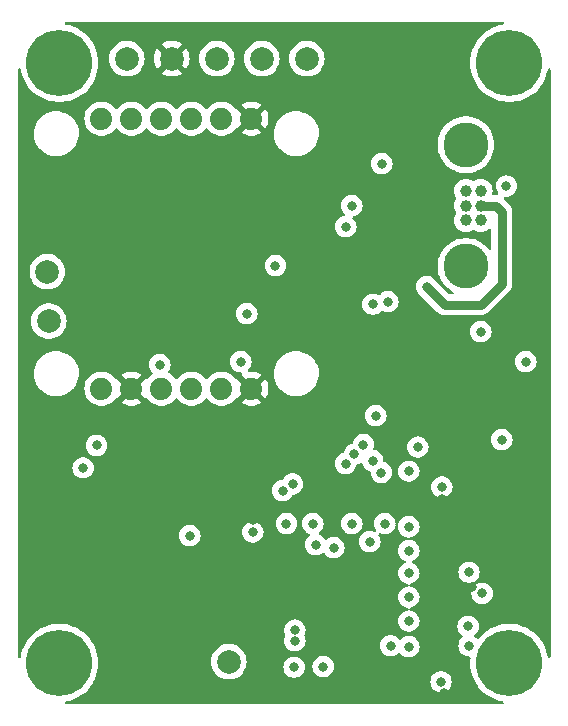
<source format=gbr>
%TF.GenerationSoftware,KiCad,Pcbnew,7.0.7*%
%TF.CreationDate,2023-10-21T12:14:55-04:00*%
%TF.ProjectId,processor,70726f63-6573-4736-9f72-2e6b69636164,rev?*%
%TF.SameCoordinates,Original*%
%TF.FileFunction,Copper,L2,Inr*%
%TF.FilePolarity,Positive*%
%FSLAX46Y46*%
G04 Gerber Fmt 4.6, Leading zero omitted, Abs format (unit mm)*
G04 Created by KiCad (PCBNEW 7.0.7) date 2023-10-21 12:14:55*
%MOMM*%
%LPD*%
G01*
G04 APERTURE LIST*
%TA.AperFunction,ComponentPad*%
%ADD10C,5.600000*%
%TD*%
%TA.AperFunction,ComponentPad*%
%ADD11C,2.000000*%
%TD*%
%TA.AperFunction,ComponentPad*%
%ADD12C,3.800000*%
%TD*%
%TA.AperFunction,ComponentPad*%
%ADD13C,1.000000*%
%TD*%
%TA.AperFunction,ComponentPad*%
%ADD14C,1.879600*%
%TD*%
%TA.AperFunction,ViaPad*%
%ADD15C,0.800000*%
%TD*%
%TA.AperFunction,Conductor*%
%ADD16C,0.750000*%
%TD*%
G04 APERTURE END LIST*
D10*
%TO.N,GND*%
%TO.C,H3*%
X135000000Y-120000000D03*
%TD*%
D11*
%TO.N,+5V*%
%TO.C,TP1*%
X155956000Y-68834000D03*
%TD*%
%TO.N,GND*%
%TO.C,TP7*%
X148336000Y-68834000D03*
%TD*%
D10*
%TO.N,GND*%
%TO.C,H1*%
X135000000Y-69200000D03*
%TD*%
D12*
%TO.N,*%
%TO.C,J1*%
X169431351Y-86430000D03*
X169431351Y-76130000D03*
D13*
%TO.N,unconnected-(J1-Pin_1-Pad1)*%
X169431351Y-80030000D03*
%TO.N,/CANL*%
X169431351Y-81280000D03*
%TO.N,/CANH*%
X169431351Y-82530000D03*
%TO.N,GND*%
X170681351Y-80030000D03*
%TO.N,Net-(J1-Pin_5)*%
X170681351Y-81280000D03*
%TO.N,unconnected-(J1-Pin_6-Pad6)*%
X170681351Y-82530000D03*
%TD*%
D11*
%TO.N,/imu/SDA*%
%TO.C,TP5*%
X134112000Y-91059000D03*
%TD*%
D14*
%TO.N,GND*%
%TO.C,A1*%
X138566833Y-96774000D03*
%TO.N,+3V3*%
X141106833Y-96774000D03*
%TO.N,/imu/SDA*%
X143646833Y-96774000D03*
%TO.N,/imu/SCL*%
X146186833Y-96774000D03*
%TO.N,unconnected-(A1-AD0{slash}SD0_VIN-Pad5)*%
X148726833Y-96774000D03*
%TO.N,+3V3*%
X151266833Y-96774000D03*
X151266833Y-73914000D03*
%TO.N,unconnected-(A1-AUX_CL_VIN-Pad8)*%
X148726833Y-73914000D03*
%TO.N,unconnected-(A1-AUX_DA_VIN-Pad9)*%
X146186833Y-73914000D03*
%TO.N,unconnected-(A1-FSYNC_VIN-Pad10)*%
X143646833Y-73914000D03*
%TO.N,/imu/IMU_INT*%
X141106833Y-73914000D03*
%TO.N,GND*%
X138566833Y-73914000D03*
%TD*%
D11*
%TO.N,/imu/SCL*%
%TO.C,TP4*%
X133985000Y-86868000D03*
%TD*%
D10*
%TO.N,GND*%
%TO.C,H4*%
X173100000Y-120000000D03*
%TD*%
D11*
%TO.N,GND*%
%TO.C,TP8*%
X152146000Y-68834000D03*
%TD*%
%TO.N,/imu/IMU_INT*%
%TO.C,TP6*%
X140716000Y-68834000D03*
%TD*%
%TO.N,/mcu/5V_SENSE*%
%TO.C,TP2*%
X149352000Y-119888000D03*
%TD*%
%TO.N,+3V3*%
%TO.C,TP3*%
X144526000Y-68834000D03*
%TD*%
D10*
%TO.N,GND*%
%TO.C,H2*%
X173100000Y-69200000D03*
%TD*%
D15*
%TO.N,GND*%
X164592000Y-112395000D03*
X154940000Y-117221000D03*
X164592000Y-118618000D03*
X164592000Y-110490000D03*
X164592000Y-108458000D03*
X154874651Y-120363814D03*
X154940000Y-118110000D03*
X167385037Y-105099799D03*
X169608500Y-116903500D03*
X153289000Y-86360000D03*
X167319155Y-121592696D03*
X159258000Y-83058000D03*
X169688155Y-112322155D03*
X156464000Y-108204000D03*
X164592000Y-116459000D03*
X154224829Y-108198442D03*
X164592000Y-114427000D03*
%TO.N,+3V3*%
X164592000Y-80010000D03*
X169942155Y-113592155D03*
X161798000Y-93980000D03*
X139172000Y-107926000D03*
X136017000Y-80264000D03*
X169434155Y-110522000D03*
X149840000Y-108942000D03*
X167582991Y-122556748D03*
X135001000Y-79248000D03*
X147066000Y-114046000D03*
X151357155Y-107920155D03*
X158242000Y-117856000D03*
X151872000Y-105608000D03*
X136017000Y-79248000D03*
X173990000Y-115824000D03*
X143256000Y-118999000D03*
X159004000Y-67310000D03*
X167402155Y-106099155D03*
X154813000Y-99457000D03*
X133985000Y-80264000D03*
X135001000Y-80264000D03*
X153543000Y-122555000D03*
X133985000Y-79248000D03*
X150876000Y-82042000D03*
%TO.N,/imu/SDA*%
X162814000Y-89408000D03*
%TO.N,/imu/SCL*%
X161544000Y-89634498D03*
X143510000Y-94742000D03*
%TO.N,+5V*%
X159766000Y-81280000D03*
%TO.N,Net-(U4-NRST)*%
X170796003Y-114111720D03*
%TO.N,Net-(U4-VREF+)*%
X163041155Y-118545155D03*
%TO.N,/mcu/VDDA*%
X169688155Y-118545155D03*
%TO.N,/mcu/D1-*%
X174498000Y-94488000D03*
X172466000Y-101092000D03*
X162560000Y-108204000D03*
%TO.N,/mcu/D2-*%
X162306000Y-77724000D03*
%TO.N,/mcu/D3-*%
X172851299Y-79624701D03*
%TO.N,/mcu/TMS*%
X160744500Y-101514635D03*
X159766000Y-108204000D03*
X161798000Y-99060000D03*
%TO.N,/mcu/TCK*%
X153926000Y-105408000D03*
%TO.N,/mcu/TDO*%
X161539701Y-102870000D03*
%TO.N,/mcu/TDI*%
X154751061Y-104843837D03*
%TO.N,/mcu/TRST*%
X162264201Y-103878242D03*
%TO.N,/mcu/VCP_RX*%
X164591500Y-103763299D03*
%TO.N,/mcu/VCP_TX*%
X165354000Y-101727000D03*
%TO.N,Net-(J2-Pin_11)*%
X170688000Y-91948000D03*
%TO.N,/SD Card/SDMMC_CMD*%
X138156000Y-101576000D03*
X137013000Y-103481000D03*
%TO.N,/mcu/5V_SENSE*%
X146050000Y-109220000D03*
X150368000Y-94488000D03*
X150876000Y-90424000D03*
%TO.N,Net-(U4-BOOT0)*%
X161290000Y-109728000D03*
%TO.N,/mcu/FDCAN1_RX*%
X158242000Y-110236000D03*
X159982500Y-102305226D03*
%TO.N,/mcu/FDCAN1_TX*%
X156718000Y-109982000D03*
X159232500Y-103124000D03*
%TO.N,Net-(J1-Pin_5)*%
X166116000Y-88138000D03*
%TO.N,/mcu/VCAP1*%
X157340210Y-120303912D03*
%TO.N,/mcu/VCAP2*%
X151385782Y-108919247D03*
%TD*%
D16*
%TO.N,Net-(J1-Pin_5)*%
X166116000Y-88138000D02*
X167640000Y-89662000D01*
X172466000Y-81788000D02*
X171958000Y-81280000D01*
X167640000Y-89662000D02*
X170688000Y-89662000D01*
X170688000Y-89662000D02*
X172466000Y-87884000D01*
X172466000Y-87884000D02*
X172466000Y-81788000D01*
X171958000Y-81280000D02*
X170681351Y-81280000D01*
%TD*%
%TA.AperFunction,Conductor*%
%TO.N,+3V3*%
G36*
X172571991Y-65720185D02*
G01*
X172617746Y-65772989D01*
X172627690Y-65842147D01*
X172598665Y-65905703D01*
X172539887Y-65943477D01*
X172531608Y-65945601D01*
X172215726Y-66015131D01*
X171959970Y-66101306D01*
X171876565Y-66129409D01*
X171876562Y-66129410D01*
X171876563Y-66129410D01*
X171876552Y-66129414D01*
X171551755Y-66279680D01*
X171551751Y-66279682D01*
X171376744Y-66384981D01*
X171245081Y-66464200D01*
X171204762Y-66494850D01*
X170960172Y-66680781D01*
X170960163Y-66680789D01*
X170700331Y-66926914D01*
X170468641Y-67199680D01*
X170468634Y-67199690D01*
X170267790Y-67495913D01*
X170267784Y-67495922D01*
X170100151Y-67812111D01*
X170100142Y-67812129D01*
X169967674Y-68144600D01*
X169967672Y-68144607D01*
X169871932Y-68489434D01*
X169871926Y-68489460D01*
X169814029Y-68842614D01*
X169814028Y-68842627D01*
X169814028Y-68842629D01*
X169810598Y-68905889D01*
X169796561Y-69164798D01*
X169794652Y-69200000D01*
X169813648Y-69550369D01*
X169814028Y-69557368D01*
X169814029Y-69557385D01*
X169871926Y-69910539D01*
X169871932Y-69910565D01*
X169967672Y-70255392D01*
X169967674Y-70255399D01*
X170100142Y-70587870D01*
X170100151Y-70587888D01*
X170267784Y-70904077D01*
X170267790Y-70904086D01*
X170468634Y-71200309D01*
X170468641Y-71200319D01*
X170700331Y-71473085D01*
X170700332Y-71473086D01*
X170960163Y-71719211D01*
X171245081Y-71935800D01*
X171551747Y-72120315D01*
X171551749Y-72120316D01*
X171551751Y-72120317D01*
X171551755Y-72120319D01*
X171876552Y-72270585D01*
X171876565Y-72270591D01*
X172215726Y-72384868D01*
X172565254Y-72461805D01*
X172921052Y-72500500D01*
X172921058Y-72500500D01*
X173278942Y-72500500D01*
X173278948Y-72500500D01*
X173634746Y-72461805D01*
X173984274Y-72384868D01*
X174323435Y-72270591D01*
X174648253Y-72120315D01*
X174954919Y-71935800D01*
X175239837Y-71719211D01*
X175499668Y-71473086D01*
X175731365Y-71200311D01*
X175932211Y-70904085D01*
X176099853Y-70587880D01*
X176232324Y-70255403D01*
X176328071Y-69910552D01*
X176352952Y-69758785D01*
X176353134Y-69757677D01*
X176383405Y-69694705D01*
X176442915Y-69658096D01*
X176512771Y-69659472D01*
X176570794Y-69698397D01*
X176598562Y-69762512D01*
X176599500Y-69777738D01*
X176599500Y-119422261D01*
X176579815Y-119489300D01*
X176527011Y-119535055D01*
X176457853Y-119544999D01*
X176394297Y-119515974D01*
X176356523Y-119457196D01*
X176353134Y-119442322D01*
X176328073Y-119289460D01*
X176328072Y-119289459D01*
X176328071Y-119289448D01*
X176243898Y-118986284D01*
X176232327Y-118944607D01*
X176232325Y-118944600D01*
X176219909Y-118913439D01*
X176148180Y-118733411D01*
X176099857Y-118612129D01*
X176099848Y-118612111D01*
X175932215Y-118295922D01*
X175932213Y-118295919D01*
X175932211Y-118295915D01*
X175731365Y-117999689D01*
X175731361Y-117999684D01*
X175731358Y-117999680D01*
X175499668Y-117726914D01*
X175478216Y-117706594D01*
X175239837Y-117480789D01*
X175239830Y-117480783D01*
X175239827Y-117480781D01*
X175145737Y-117409256D01*
X174954919Y-117264200D01*
X174648253Y-117079685D01*
X174648252Y-117079684D01*
X174648248Y-117079682D01*
X174648244Y-117079680D01*
X174323447Y-116929414D01*
X174323441Y-116929411D01*
X174323435Y-116929409D01*
X174095837Y-116852722D01*
X173984273Y-116815131D01*
X173634744Y-116738194D01*
X173278949Y-116699500D01*
X173278948Y-116699500D01*
X172921052Y-116699500D01*
X172921050Y-116699500D01*
X172565255Y-116738194D01*
X172215726Y-116815131D01*
X171959970Y-116901306D01*
X171876565Y-116929409D01*
X171876562Y-116929410D01*
X171876563Y-116929410D01*
X171876552Y-116929414D01*
X171551755Y-117079680D01*
X171551751Y-117079682D01*
X171323367Y-117217096D01*
X171245081Y-117264200D01*
X171171491Y-117320142D01*
X170960172Y-117480781D01*
X170960163Y-117480789D01*
X170721784Y-117706594D01*
X170700332Y-117726914D01*
X170641897Y-117795709D01*
X170531355Y-117925848D01*
X170472951Y-117964199D01*
X170403085Y-117964886D01*
X170344697Y-117928543D01*
X170342270Y-117925848D01*
X170294026Y-117872267D01*
X170294025Y-117872266D01*
X170188653Y-117795709D01*
X170145987Y-117740379D01*
X170140008Y-117670766D01*
X170172614Y-117608971D01*
X170188644Y-117595079D01*
X170214371Y-117576388D01*
X170341033Y-117435716D01*
X170435679Y-117271784D01*
X170494174Y-117091756D01*
X170513960Y-116903500D01*
X170494174Y-116715244D01*
X170435679Y-116535216D01*
X170341033Y-116371284D01*
X170214371Y-116230612D01*
X170214370Y-116230611D01*
X170061234Y-116119351D01*
X170061229Y-116119348D01*
X169888307Y-116042357D01*
X169888302Y-116042355D01*
X169742501Y-116011365D01*
X169703146Y-116003000D01*
X169513854Y-116003000D01*
X169481397Y-116009898D01*
X169328697Y-116042355D01*
X169328692Y-116042357D01*
X169155770Y-116119348D01*
X169155765Y-116119351D01*
X169002629Y-116230611D01*
X168875966Y-116371285D01*
X168781321Y-116535215D01*
X168781318Y-116535222D01*
X168722827Y-116715240D01*
X168722826Y-116715244D01*
X168703040Y-116903500D01*
X168722826Y-117091756D01*
X168722827Y-117091759D01*
X168781318Y-117271777D01*
X168781321Y-117271784D01*
X168875967Y-117435716D01*
X169002626Y-117576385D01*
X169002629Y-117576388D01*
X169108001Y-117652945D01*
X169150667Y-117708275D01*
X169156646Y-117777888D01*
X169124041Y-117839683D01*
X169108004Y-117853579D01*
X169082285Y-117872265D01*
X169082284Y-117872266D01*
X168955621Y-118012940D01*
X168860976Y-118176870D01*
X168860973Y-118176877D01*
X168821535Y-118298256D01*
X168802481Y-118356899D01*
X168782695Y-118545155D01*
X168802481Y-118733411D01*
X168802482Y-118733414D01*
X168860973Y-118913432D01*
X168860976Y-118913439D01*
X168955622Y-119077371D01*
X169037677Y-119168502D01*
X169082284Y-119218043D01*
X169235420Y-119329303D01*
X169235425Y-119329306D01*
X169408347Y-119406297D01*
X169408352Y-119406299D01*
X169593509Y-119445655D01*
X169593510Y-119445655D01*
X169700336Y-119445655D01*
X169767375Y-119465340D01*
X169813130Y-119518144D01*
X169823074Y-119587302D01*
X169822710Y-119589666D01*
X169818953Y-119612584D01*
X169814027Y-119642631D01*
X169800724Y-119888000D01*
X169794652Y-120000000D01*
X169813249Y-120343011D01*
X169814028Y-120357368D01*
X169814029Y-120357385D01*
X169871926Y-120710539D01*
X169871932Y-120710565D01*
X169967672Y-121055392D01*
X169967674Y-121055399D01*
X170100142Y-121387870D01*
X170100151Y-121387888D01*
X170267784Y-121704077D01*
X170267787Y-121704082D01*
X170267789Y-121704085D01*
X170441963Y-121960973D01*
X170468634Y-122000309D01*
X170468641Y-122000319D01*
X170655290Y-122220059D01*
X170700332Y-122273086D01*
X170960163Y-122519211D01*
X171245081Y-122735800D01*
X171551747Y-122920315D01*
X171551749Y-122920316D01*
X171551751Y-122920317D01*
X171551755Y-122920319D01*
X171737169Y-123006100D01*
X171876565Y-123070591D01*
X172215726Y-123184867D01*
X172215726Y-123184868D01*
X172531608Y-123254399D01*
X172592849Y-123288035D01*
X172626183Y-123349440D01*
X172621027Y-123419119D01*
X172579018Y-123474950D01*
X172513494Y-123499205D01*
X172504952Y-123499500D01*
X135595048Y-123499500D01*
X135528009Y-123479815D01*
X135482254Y-123427011D01*
X135472310Y-123357853D01*
X135501335Y-123294297D01*
X135560113Y-123256523D01*
X135568392Y-123254399D01*
X135665081Y-123233116D01*
X135884274Y-123184868D01*
X136223435Y-123070591D01*
X136548253Y-122920315D01*
X136854919Y-122735800D01*
X137139837Y-122519211D01*
X137399668Y-122273086D01*
X137631365Y-122000311D01*
X137832211Y-121704085D01*
X137891266Y-121592696D01*
X166413695Y-121592696D01*
X166433481Y-121780952D01*
X166433482Y-121780955D01*
X166491973Y-121960973D01*
X166491976Y-121960980D01*
X166586622Y-122124912D01*
X166672293Y-122220059D01*
X166713284Y-122265584D01*
X166866420Y-122376844D01*
X166866425Y-122376847D01*
X167039347Y-122453838D01*
X167039352Y-122453840D01*
X167224509Y-122493196D01*
X167224510Y-122493196D01*
X167413799Y-122493196D01*
X167413801Y-122493196D01*
X167598958Y-122453840D01*
X167771885Y-122376847D01*
X167925026Y-122265584D01*
X168051688Y-122124912D01*
X168146334Y-121960980D01*
X168204829Y-121780952D01*
X168224615Y-121592696D01*
X168204829Y-121404440D01*
X168146334Y-121224412D01*
X168051688Y-121060480D01*
X167925026Y-120919808D01*
X167925025Y-120919807D01*
X167771889Y-120808547D01*
X167771884Y-120808544D01*
X167598962Y-120731553D01*
X167598957Y-120731551D01*
X167453156Y-120700561D01*
X167413801Y-120692196D01*
X167224509Y-120692196D01*
X167192052Y-120699094D01*
X167039352Y-120731551D01*
X167039347Y-120731553D01*
X166866425Y-120808544D01*
X166866420Y-120808547D01*
X166713284Y-120919807D01*
X166586621Y-121060481D01*
X166491976Y-121224411D01*
X166491973Y-121224418D01*
X166438859Y-121387888D01*
X166433481Y-121404440D01*
X166413695Y-121592696D01*
X137891266Y-121592696D01*
X137999853Y-121387880D01*
X138132324Y-121055403D01*
X138228071Y-120710552D01*
X138285972Y-120357371D01*
X138305348Y-120000000D01*
X138299276Y-119888005D01*
X147846357Y-119888005D01*
X147866890Y-120135812D01*
X147866892Y-120135824D01*
X147927936Y-120376881D01*
X148027826Y-120604606D01*
X148163833Y-120812782D01*
X148163836Y-120812785D01*
X148332256Y-120995738D01*
X148528491Y-121148474D01*
X148528493Y-121148475D01*
X148742544Y-121264314D01*
X148747190Y-121266828D01*
X148982386Y-121347571D01*
X149227665Y-121388500D01*
X149476335Y-121388500D01*
X149721614Y-121347571D01*
X149956810Y-121266828D01*
X150175509Y-121148474D01*
X150371744Y-120995738D01*
X150540164Y-120812785D01*
X150676173Y-120604607D01*
X150776063Y-120376881D01*
X150779372Y-120363814D01*
X153969191Y-120363814D01*
X153988977Y-120552070D01*
X153988978Y-120552073D01*
X154047469Y-120732091D01*
X154047472Y-120732098D01*
X154142118Y-120896030D01*
X154214844Y-120976800D01*
X154268780Y-121036702D01*
X154421916Y-121147962D01*
X154421921Y-121147965D01*
X154594843Y-121224956D01*
X154594848Y-121224958D01*
X154780005Y-121264314D01*
X154780006Y-121264314D01*
X154969295Y-121264314D01*
X154969297Y-121264314D01*
X155154454Y-121224958D01*
X155327381Y-121147965D01*
X155480522Y-121036702D01*
X155607184Y-120896030D01*
X155701830Y-120732098D01*
X155760325Y-120552070D01*
X155780111Y-120363814D01*
X155773815Y-120303912D01*
X156434750Y-120303912D01*
X156454536Y-120492168D01*
X156454537Y-120492171D01*
X156513028Y-120672189D01*
X156513031Y-120672196D01*
X156607677Y-120836128D01*
X156683022Y-120919807D01*
X156734339Y-120976800D01*
X156887475Y-121088060D01*
X156887480Y-121088063D01*
X157060402Y-121165054D01*
X157060407Y-121165056D01*
X157245564Y-121204412D01*
X157245565Y-121204412D01*
X157434854Y-121204412D01*
X157434856Y-121204412D01*
X157620013Y-121165056D01*
X157792940Y-121088063D01*
X157946081Y-120976800D01*
X158072743Y-120836128D01*
X158167389Y-120672196D01*
X158225884Y-120492168D01*
X158245670Y-120303912D01*
X158225884Y-120115656D01*
X158167389Y-119935628D01*
X158072743Y-119771696D01*
X157946081Y-119631024D01*
X157946080Y-119631023D01*
X157792944Y-119519763D01*
X157792939Y-119519760D01*
X157620017Y-119442769D01*
X157620012Y-119442767D01*
X157448438Y-119406299D01*
X157434856Y-119403412D01*
X157245564Y-119403412D01*
X157231982Y-119406299D01*
X157060407Y-119442767D01*
X157060402Y-119442769D01*
X156887480Y-119519760D01*
X156887475Y-119519763D01*
X156734339Y-119631023D01*
X156607676Y-119771697D01*
X156513031Y-119935627D01*
X156513028Y-119935634D01*
X156492114Y-120000002D01*
X156454536Y-120115656D01*
X156434750Y-120303912D01*
X155773815Y-120303912D01*
X155760325Y-120175558D01*
X155701830Y-119995530D01*
X155607184Y-119831598D01*
X155480522Y-119690926D01*
X155480521Y-119690925D01*
X155327385Y-119579665D01*
X155327380Y-119579662D01*
X155154458Y-119502671D01*
X155154453Y-119502669D01*
X155008652Y-119471679D01*
X154969297Y-119463314D01*
X154780005Y-119463314D01*
X154747548Y-119470212D01*
X154594848Y-119502669D01*
X154594843Y-119502671D01*
X154421921Y-119579662D01*
X154421916Y-119579665D01*
X154268780Y-119690925D01*
X154142117Y-119831599D01*
X154047472Y-119995529D01*
X154047469Y-119995536D01*
X154008440Y-120115656D01*
X153988977Y-120175558D01*
X153969191Y-120363814D01*
X150779372Y-120363814D01*
X150837108Y-120135821D01*
X150838779Y-120115656D01*
X150857643Y-119888005D01*
X150857643Y-119887994D01*
X150837109Y-119640187D01*
X150837107Y-119640175D01*
X150776063Y-119399118D01*
X150676173Y-119171393D01*
X150540166Y-118963217D01*
X150494342Y-118913439D01*
X150371744Y-118780262D01*
X150175509Y-118627526D01*
X150175507Y-118627525D01*
X150175506Y-118627524D01*
X149956811Y-118509172D01*
X149956802Y-118509169D01*
X149721616Y-118428429D01*
X149476335Y-118387500D01*
X149227665Y-118387500D01*
X148982383Y-118428429D01*
X148747197Y-118509169D01*
X148747188Y-118509172D01*
X148528493Y-118627524D01*
X148332257Y-118780261D01*
X148163833Y-118963217D01*
X148027826Y-119171393D01*
X147927936Y-119399118D01*
X147866892Y-119640175D01*
X147866890Y-119640187D01*
X147846357Y-119887994D01*
X147846357Y-119888005D01*
X138299276Y-119888005D01*
X138285972Y-119642629D01*
X138285570Y-119640179D01*
X138228073Y-119289460D01*
X138228072Y-119289459D01*
X138228071Y-119289448D01*
X138143898Y-118986284D01*
X138132327Y-118944607D01*
X138132325Y-118944600D01*
X138119909Y-118913439D01*
X138048180Y-118733411D01*
X137999857Y-118612129D01*
X137999848Y-118612111D01*
X137832215Y-118295922D01*
X137832213Y-118295919D01*
X137832211Y-118295915D01*
X137706158Y-118110000D01*
X154034540Y-118110000D01*
X154054326Y-118298256D01*
X154054327Y-118298259D01*
X154112818Y-118478277D01*
X154112821Y-118478284D01*
X154207467Y-118642216D01*
X154331764Y-118780261D01*
X154334129Y-118782888D01*
X154487265Y-118894148D01*
X154487270Y-118894151D01*
X154660192Y-118971142D01*
X154660197Y-118971144D01*
X154845354Y-119010500D01*
X154845355Y-119010500D01*
X155034644Y-119010500D01*
X155034646Y-119010500D01*
X155219803Y-118971144D01*
X155392730Y-118894151D01*
X155545871Y-118782888D01*
X155672533Y-118642216D01*
X155728571Y-118545155D01*
X162135695Y-118545155D01*
X162155481Y-118733411D01*
X162155482Y-118733414D01*
X162213973Y-118913432D01*
X162213976Y-118913439D01*
X162308622Y-119077371D01*
X162390677Y-119168502D01*
X162435284Y-119218043D01*
X162588420Y-119329303D01*
X162588425Y-119329306D01*
X162761347Y-119406297D01*
X162761352Y-119406299D01*
X162946509Y-119445655D01*
X162946510Y-119445655D01*
X163135799Y-119445655D01*
X163135801Y-119445655D01*
X163320958Y-119406299D01*
X163493885Y-119329306D01*
X163647026Y-119218043D01*
X163691633Y-119168501D01*
X163751118Y-119131854D01*
X163820975Y-119133183D01*
X163875932Y-119168502D01*
X163986129Y-119290888D01*
X164139265Y-119402148D01*
X164139270Y-119402151D01*
X164312192Y-119479142D01*
X164312197Y-119479144D01*
X164497354Y-119518500D01*
X164497355Y-119518500D01*
X164686644Y-119518500D01*
X164686646Y-119518500D01*
X164871803Y-119479144D01*
X165044730Y-119402151D01*
X165197871Y-119290888D01*
X165324533Y-119150216D01*
X165419179Y-118986284D01*
X165477674Y-118806256D01*
X165497460Y-118618000D01*
X165477674Y-118429744D01*
X165419179Y-118249716D01*
X165324533Y-118085784D01*
X165197871Y-117945112D01*
X165175066Y-117928543D01*
X165044734Y-117833851D01*
X165044729Y-117833848D01*
X164871807Y-117756857D01*
X164871802Y-117756855D01*
X164726001Y-117725865D01*
X164686646Y-117717500D01*
X164497354Y-117717500D01*
X164464897Y-117724398D01*
X164312197Y-117756855D01*
X164312192Y-117756857D01*
X164139270Y-117833848D01*
X164139265Y-117833851D01*
X163986129Y-117945111D01*
X163986128Y-117945112D01*
X163941521Y-117994653D01*
X163882034Y-118031301D01*
X163812177Y-118029970D01*
X163757222Y-117994652D01*
X163647025Y-117872266D01*
X163493889Y-117761006D01*
X163493884Y-117761003D01*
X163320962Y-117684012D01*
X163320957Y-117684010D01*
X163174803Y-117652945D01*
X163135801Y-117644655D01*
X162946509Y-117644655D01*
X162914052Y-117651553D01*
X162761352Y-117684010D01*
X162761347Y-117684012D01*
X162588425Y-117761003D01*
X162588420Y-117761006D01*
X162435284Y-117872266D01*
X162308621Y-118012940D01*
X162213976Y-118176870D01*
X162213973Y-118176877D01*
X162174535Y-118298256D01*
X162155481Y-118356899D01*
X162135695Y-118545155D01*
X155728571Y-118545155D01*
X155767179Y-118478284D01*
X155825674Y-118298256D01*
X155845460Y-118110000D01*
X155825674Y-117921744D01*
X155767179Y-117741716D01*
X155758971Y-117727500D01*
X155742498Y-117659603D01*
X155758970Y-117603500D01*
X155767179Y-117589284D01*
X155825674Y-117409256D01*
X155845460Y-117221000D01*
X155825674Y-117032744D01*
X155767179Y-116852716D01*
X155672533Y-116688784D01*
X155545871Y-116548112D01*
X155545870Y-116548111D01*
X155392734Y-116436851D01*
X155392729Y-116436848D01*
X155219807Y-116359857D01*
X155219802Y-116359855D01*
X155074000Y-116328865D01*
X155034646Y-116320500D01*
X154845354Y-116320500D01*
X154812897Y-116327398D01*
X154660197Y-116359855D01*
X154660192Y-116359857D01*
X154487270Y-116436848D01*
X154487265Y-116436851D01*
X154334129Y-116548111D01*
X154207466Y-116688785D01*
X154112821Y-116852715D01*
X154112818Y-116852722D01*
X154067820Y-116991214D01*
X154054326Y-117032744D01*
X154034540Y-117221000D01*
X154054326Y-117409256D01*
X154054327Y-117409259D01*
X154112821Y-117589285D01*
X154121028Y-117603500D01*
X154137501Y-117671400D01*
X154121028Y-117727500D01*
X154112821Y-117741714D01*
X154070402Y-117872266D01*
X154054326Y-117921744D01*
X154034540Y-118110000D01*
X137706158Y-118110000D01*
X137631365Y-117999689D01*
X137631361Y-117999684D01*
X137631358Y-117999680D01*
X137399668Y-117726914D01*
X137378216Y-117706594D01*
X137139837Y-117480789D01*
X137139830Y-117480783D01*
X137139827Y-117480781D01*
X137045737Y-117409256D01*
X136854919Y-117264200D01*
X136548253Y-117079685D01*
X136548252Y-117079684D01*
X136548248Y-117079682D01*
X136548244Y-117079680D01*
X136223447Y-116929414D01*
X136223441Y-116929411D01*
X136223435Y-116929409D01*
X135995837Y-116852722D01*
X135884273Y-116815131D01*
X135534744Y-116738194D01*
X135178949Y-116699500D01*
X135178948Y-116699500D01*
X134821052Y-116699500D01*
X134821050Y-116699500D01*
X134465255Y-116738194D01*
X134115726Y-116815131D01*
X133859970Y-116901306D01*
X133776565Y-116929409D01*
X133776562Y-116929410D01*
X133776563Y-116929410D01*
X133776552Y-116929414D01*
X133451755Y-117079680D01*
X133451751Y-117079682D01*
X133223367Y-117217096D01*
X133145081Y-117264200D01*
X133071491Y-117320142D01*
X132860172Y-117480781D01*
X132860163Y-117480789D01*
X132600331Y-117726914D01*
X132368641Y-117999680D01*
X132368634Y-117999690D01*
X132167790Y-118295913D01*
X132167784Y-118295922D01*
X132000151Y-118612111D01*
X132000142Y-118612129D01*
X131867674Y-118944600D01*
X131867672Y-118944607D01*
X131771932Y-119289434D01*
X131771926Y-119289460D01*
X131746866Y-119442322D01*
X131716595Y-119505294D01*
X131657085Y-119541903D01*
X131587229Y-119540527D01*
X131529206Y-119501602D01*
X131501438Y-119437487D01*
X131500500Y-119422261D01*
X131500500Y-109220000D01*
X145144540Y-109220000D01*
X145164326Y-109408256D01*
X145164327Y-109408259D01*
X145222818Y-109588277D01*
X145222821Y-109588284D01*
X145317467Y-109752216D01*
X145444128Y-109892887D01*
X145444129Y-109892888D01*
X145597265Y-110004148D01*
X145597270Y-110004151D01*
X145770192Y-110081142D01*
X145770197Y-110081144D01*
X145955354Y-110120500D01*
X145955355Y-110120500D01*
X146144644Y-110120500D01*
X146144646Y-110120500D01*
X146329803Y-110081144D01*
X146502730Y-110004151D01*
X146655871Y-109892888D01*
X146782533Y-109752216D01*
X146877179Y-109588284D01*
X146935674Y-109408256D01*
X146955460Y-109220000D01*
X146935674Y-109031744D01*
X146899121Y-108919247D01*
X150480322Y-108919247D01*
X150500108Y-109107503D01*
X150500109Y-109107506D01*
X150558600Y-109287524D01*
X150558603Y-109287531D01*
X150653249Y-109451463D01*
X150776437Y-109588277D01*
X150779911Y-109592135D01*
X150933047Y-109703395D01*
X150933052Y-109703398D01*
X151105974Y-109780389D01*
X151105979Y-109780391D01*
X151291136Y-109819747D01*
X151291137Y-109819747D01*
X151480426Y-109819747D01*
X151480428Y-109819747D01*
X151665585Y-109780391D01*
X151838512Y-109703398D01*
X151991653Y-109592135D01*
X152118315Y-109451463D01*
X152212961Y-109287531D01*
X152271456Y-109107503D01*
X152291242Y-108919247D01*
X152271456Y-108730991D01*
X152212961Y-108550963D01*
X152118315Y-108387031D01*
X151991653Y-108246359D01*
X151960357Y-108223621D01*
X151925701Y-108198442D01*
X153319369Y-108198442D01*
X153339155Y-108386698D01*
X153339156Y-108386701D01*
X153397647Y-108566719D01*
X153397650Y-108566726D01*
X153492296Y-108730658D01*
X153617663Y-108869892D01*
X153618958Y-108871330D01*
X153772094Y-108982590D01*
X153772099Y-108982593D01*
X153945021Y-109059584D01*
X153945026Y-109059586D01*
X154130183Y-109098942D01*
X154130184Y-109098942D01*
X154319473Y-109098942D01*
X154319475Y-109098942D01*
X154504632Y-109059586D01*
X154677559Y-108982593D01*
X154830700Y-108871330D01*
X154957362Y-108730658D01*
X155052008Y-108566726D01*
X155110503Y-108386698D01*
X155129705Y-108204000D01*
X155558540Y-108204000D01*
X155578326Y-108392256D01*
X155578327Y-108392259D01*
X155636818Y-108572277D01*
X155636821Y-108572284D01*
X155731467Y-108736216D01*
X155849095Y-108866855D01*
X155858129Y-108876888D01*
X156011265Y-108988148D01*
X156011266Y-108988148D01*
X156011270Y-108988151D01*
X156151511Y-109050591D01*
X156204748Y-109095841D01*
X156225069Y-109162690D01*
X156206024Y-109229914D01*
X156173961Y-109264187D01*
X156112131Y-109309109D01*
X156112129Y-109309111D01*
X155985466Y-109449785D01*
X155890821Y-109613715D01*
X155890818Y-109613722D01*
X155832327Y-109793740D01*
X155832326Y-109793744D01*
X155812540Y-109982000D01*
X155832326Y-110170256D01*
X155832327Y-110170259D01*
X155890818Y-110350277D01*
X155890821Y-110350284D01*
X155985467Y-110514216D01*
X156033214Y-110567244D01*
X156112129Y-110654888D01*
X156265265Y-110766148D01*
X156265270Y-110766151D01*
X156438192Y-110843142D01*
X156438197Y-110843144D01*
X156623354Y-110882500D01*
X156623355Y-110882500D01*
X156812644Y-110882500D01*
X156812646Y-110882500D01*
X156997803Y-110843144D01*
X157170730Y-110766151D01*
X157297114Y-110674327D01*
X157362918Y-110650849D01*
X157430972Y-110666674D01*
X157477384Y-110712647D01*
X157509467Y-110768216D01*
X157576931Y-110843142D01*
X157636129Y-110908888D01*
X157789265Y-111020148D01*
X157789270Y-111020151D01*
X157962192Y-111097142D01*
X157962197Y-111097144D01*
X158147354Y-111136500D01*
X158147355Y-111136500D01*
X158336644Y-111136500D01*
X158336646Y-111136500D01*
X158521803Y-111097144D01*
X158694730Y-111020151D01*
X158847871Y-110908888D01*
X158974533Y-110768216D01*
X159069179Y-110604284D01*
X159127674Y-110424256D01*
X159147460Y-110236000D01*
X159127674Y-110047744D01*
X159069179Y-109867716D01*
X158988514Y-109728000D01*
X160384540Y-109728000D01*
X160404326Y-109916256D01*
X160404327Y-109916259D01*
X160462818Y-110096277D01*
X160462821Y-110096284D01*
X160557467Y-110260216D01*
X160638559Y-110350277D01*
X160684129Y-110400888D01*
X160837265Y-110512148D01*
X160837270Y-110512151D01*
X161010192Y-110589142D01*
X161010197Y-110589144D01*
X161195354Y-110628500D01*
X161195355Y-110628500D01*
X161384644Y-110628500D01*
X161384646Y-110628500D01*
X161569803Y-110589144D01*
X161742730Y-110512151D01*
X161895871Y-110400888D01*
X162022533Y-110260216D01*
X162117179Y-110096284D01*
X162175674Y-109916256D01*
X162195460Y-109728000D01*
X162175674Y-109539744D01*
X162117179Y-109359716D01*
X162022678Y-109196035D01*
X162006205Y-109128135D01*
X162029058Y-109062108D01*
X162083979Y-109018917D01*
X162153532Y-109012276D01*
X162180501Y-109020756D01*
X162280197Y-109065144D01*
X162465354Y-109104500D01*
X162465355Y-109104500D01*
X162654644Y-109104500D01*
X162654646Y-109104500D01*
X162839803Y-109065144D01*
X163012730Y-108988151D01*
X163165871Y-108876888D01*
X163292533Y-108736216D01*
X163387179Y-108572284D01*
X163445674Y-108392256D01*
X163445674Y-108392254D01*
X163447351Y-108387094D01*
X163479656Y-108339849D01*
X163648010Y-108339849D01*
X163671469Y-108361379D01*
X163689231Y-108428953D01*
X163688603Y-108438368D01*
X163686540Y-108458000D01*
X163706326Y-108646256D01*
X163706327Y-108646259D01*
X163764818Y-108826277D01*
X163764821Y-108826284D01*
X163859467Y-108990216D01*
X163957365Y-109098942D01*
X163986129Y-109130888D01*
X164139265Y-109242148D01*
X164139270Y-109242151D01*
X164312192Y-109319142D01*
X164312197Y-109319144D01*
X164470114Y-109352710D01*
X164531596Y-109385902D01*
X164565372Y-109447065D01*
X164560720Y-109516780D01*
X164519115Y-109572912D01*
X164470114Y-109595290D01*
X164312197Y-109628855D01*
X164312192Y-109628857D01*
X164139270Y-109705848D01*
X164139265Y-109705851D01*
X163986129Y-109817111D01*
X163859466Y-109957785D01*
X163764821Y-110121715D01*
X163764818Y-110121722D01*
X163719820Y-110260214D01*
X163706326Y-110301744D01*
X163686540Y-110490000D01*
X163706326Y-110678256D01*
X163706327Y-110678259D01*
X163764818Y-110858277D01*
X163764821Y-110858284D01*
X163859467Y-111022216D01*
X163926931Y-111097142D01*
X163986129Y-111162888D01*
X164139265Y-111274148D01*
X164139270Y-111274151D01*
X164262956Y-111329221D01*
X164316193Y-111374472D01*
X164336514Y-111441321D01*
X164317468Y-111508544D01*
X164265102Y-111554799D01*
X164262956Y-111555779D01*
X164139270Y-111610848D01*
X164139265Y-111610851D01*
X163986129Y-111722111D01*
X163859466Y-111862785D01*
X163764821Y-112026715D01*
X163764818Y-112026722D01*
X163706327Y-112206740D01*
X163706326Y-112206744D01*
X163686540Y-112395000D01*
X163706326Y-112583256D01*
X163706327Y-112583259D01*
X163764818Y-112763277D01*
X163764821Y-112763284D01*
X163859467Y-112927216D01*
X163920539Y-112995043D01*
X163986129Y-113067888D01*
X164139265Y-113179148D01*
X164139270Y-113179151D01*
X164312192Y-113256142D01*
X164312197Y-113256144D01*
X164470114Y-113289710D01*
X164531596Y-113322902D01*
X164565372Y-113384065D01*
X164560720Y-113453780D01*
X164519115Y-113509912D01*
X164470114Y-113532290D01*
X164312197Y-113565855D01*
X164312192Y-113565857D01*
X164139270Y-113642848D01*
X164139265Y-113642851D01*
X163986129Y-113754111D01*
X163859466Y-113894785D01*
X163764821Y-114058715D01*
X163764818Y-114058722D01*
X163706327Y-114238740D01*
X163706326Y-114238744D01*
X163686540Y-114427000D01*
X163706326Y-114615256D01*
X163706327Y-114615259D01*
X163764818Y-114795277D01*
X163764821Y-114795284D01*
X163859467Y-114959216D01*
X163986129Y-115099887D01*
X163986129Y-115099888D01*
X164139265Y-115211148D01*
X164139270Y-115211151D01*
X164312192Y-115288142D01*
X164312197Y-115288144D01*
X164470114Y-115321710D01*
X164531596Y-115354902D01*
X164565372Y-115416065D01*
X164560720Y-115485780D01*
X164519115Y-115541912D01*
X164470114Y-115564290D01*
X164312197Y-115597855D01*
X164312192Y-115597857D01*
X164139270Y-115674848D01*
X164139265Y-115674851D01*
X163986129Y-115786111D01*
X163859466Y-115926785D01*
X163764821Y-116090715D01*
X163764818Y-116090722D01*
X163706327Y-116270740D01*
X163706326Y-116270744D01*
X163686540Y-116459000D01*
X163706326Y-116647256D01*
X163706327Y-116647259D01*
X163764818Y-116827277D01*
X163764821Y-116827284D01*
X163859467Y-116991216D01*
X163939125Y-117079685D01*
X163986129Y-117131888D01*
X164139265Y-117243148D01*
X164139270Y-117243151D01*
X164312192Y-117320142D01*
X164312197Y-117320144D01*
X164497354Y-117359500D01*
X164497355Y-117359500D01*
X164686644Y-117359500D01*
X164686646Y-117359500D01*
X164871803Y-117320144D01*
X165044730Y-117243151D01*
X165197871Y-117131888D01*
X165324533Y-116991216D01*
X165419179Y-116827284D01*
X165477674Y-116647256D01*
X165497460Y-116459000D01*
X165477674Y-116270744D01*
X165419179Y-116090716D01*
X165324533Y-115926784D01*
X165197871Y-115786112D01*
X165197870Y-115786111D01*
X165044734Y-115674851D01*
X165044729Y-115674848D01*
X164871807Y-115597857D01*
X164871802Y-115597855D01*
X164748509Y-115571649D01*
X164713884Y-115564289D01*
X164652403Y-115531098D01*
X164618627Y-115469935D01*
X164623279Y-115400220D01*
X164664883Y-115344088D01*
X164713884Y-115321710D01*
X164871803Y-115288144D01*
X165044730Y-115211151D01*
X165197871Y-115099888D01*
X165324533Y-114959216D01*
X165419179Y-114795284D01*
X165477674Y-114615256D01*
X165497460Y-114427000D01*
X165477674Y-114238744D01*
X165436401Y-114111720D01*
X169890543Y-114111720D01*
X169910329Y-114299976D01*
X169910330Y-114299979D01*
X169968821Y-114479997D01*
X169968824Y-114480004D01*
X170063470Y-114643936D01*
X170190132Y-114784607D01*
X170190132Y-114784608D01*
X170343268Y-114895868D01*
X170343273Y-114895871D01*
X170516195Y-114972862D01*
X170516200Y-114972864D01*
X170701357Y-115012220D01*
X170701358Y-115012220D01*
X170890647Y-115012220D01*
X170890649Y-115012220D01*
X171075806Y-114972864D01*
X171248733Y-114895871D01*
X171401874Y-114784608D01*
X171528536Y-114643936D01*
X171623182Y-114480004D01*
X171681677Y-114299976D01*
X171701463Y-114111720D01*
X171681677Y-113923464D01*
X171623182Y-113743436D01*
X171528536Y-113579504D01*
X171401874Y-113438832D01*
X171401873Y-113438831D01*
X171248737Y-113327571D01*
X171248732Y-113327568D01*
X171075810Y-113250577D01*
X171075805Y-113250575D01*
X170930004Y-113219585D01*
X170890649Y-113211220D01*
X170701357Y-113211220D01*
X170668900Y-113218118D01*
X170516200Y-113250575D01*
X170516195Y-113250577D01*
X170343273Y-113327568D01*
X170343268Y-113327571D01*
X170190132Y-113438831D01*
X170063469Y-113579505D01*
X169968824Y-113743435D01*
X169968821Y-113743442D01*
X169919647Y-113894785D01*
X169910329Y-113923464D01*
X169890543Y-114111720D01*
X165436401Y-114111720D01*
X165419179Y-114058716D01*
X165324533Y-113894784D01*
X165197871Y-113754112D01*
X165183177Y-113743436D01*
X165044734Y-113642851D01*
X165044729Y-113642848D01*
X164871807Y-113565857D01*
X164871802Y-113565855D01*
X164748509Y-113539649D01*
X164713884Y-113532289D01*
X164652403Y-113499098D01*
X164618627Y-113437935D01*
X164623279Y-113368220D01*
X164664883Y-113312088D01*
X164713884Y-113289710D01*
X164871803Y-113256144D01*
X165044730Y-113179151D01*
X165197871Y-113067888D01*
X165324533Y-112927216D01*
X165419179Y-112763284D01*
X165477674Y-112583256D01*
X165497460Y-112395000D01*
X165489804Y-112322155D01*
X168782695Y-112322155D01*
X168802481Y-112510411D01*
X168802482Y-112510414D01*
X168860973Y-112690432D01*
X168860976Y-112690439D01*
X168955622Y-112854371D01*
X169082283Y-112995042D01*
X169082284Y-112995043D01*
X169235420Y-113106303D01*
X169235425Y-113106306D01*
X169408347Y-113183297D01*
X169408352Y-113183299D01*
X169593509Y-113222655D01*
X169593510Y-113222655D01*
X169782799Y-113222655D01*
X169782801Y-113222655D01*
X169967958Y-113183299D01*
X170140885Y-113106306D01*
X170294026Y-112995043D01*
X170420688Y-112854371D01*
X170515334Y-112690439D01*
X170573829Y-112510411D01*
X170593615Y-112322155D01*
X170573829Y-112133899D01*
X170515334Y-111953871D01*
X170420688Y-111789939D01*
X170294026Y-111649267D01*
X170241151Y-111610851D01*
X170140889Y-111538006D01*
X170140884Y-111538003D01*
X169967962Y-111461012D01*
X169967957Y-111461010D01*
X169822156Y-111430020D01*
X169782801Y-111421655D01*
X169593509Y-111421655D01*
X169561052Y-111428553D01*
X169408352Y-111461010D01*
X169408347Y-111461012D01*
X169235425Y-111538003D01*
X169235420Y-111538006D01*
X169082284Y-111649266D01*
X168955621Y-111789940D01*
X168860976Y-111953870D01*
X168860973Y-111953877D01*
X168802482Y-112133895D01*
X168802481Y-112133899D01*
X168782695Y-112322155D01*
X165489804Y-112322155D01*
X165477674Y-112206744D01*
X165419179Y-112026716D01*
X165324533Y-111862784D01*
X165197871Y-111722112D01*
X165197870Y-111722111D01*
X165044734Y-111610851D01*
X165044729Y-111610848D01*
X164921043Y-111555779D01*
X164867806Y-111510529D01*
X164847485Y-111443680D01*
X164866531Y-111376456D01*
X164918897Y-111330201D01*
X164921043Y-111329221D01*
X164973498Y-111305865D01*
X165044730Y-111274151D01*
X165197871Y-111162888D01*
X165324533Y-111022216D01*
X165419179Y-110858284D01*
X165477674Y-110678256D01*
X165497460Y-110490000D01*
X165477674Y-110301744D01*
X165419179Y-110121716D01*
X165324533Y-109957784D01*
X165197871Y-109817112D01*
X165165708Y-109793744D01*
X165044734Y-109705851D01*
X165044729Y-109705848D01*
X164871807Y-109628857D01*
X164871802Y-109628855D01*
X164748509Y-109602649D01*
X164713884Y-109595289D01*
X164652403Y-109562098D01*
X164618627Y-109500935D01*
X164623279Y-109431220D01*
X164664883Y-109375088D01*
X164713884Y-109352710D01*
X164871803Y-109319144D01*
X165044730Y-109242151D01*
X165197871Y-109130888D01*
X165324533Y-108990216D01*
X165419179Y-108826284D01*
X165477674Y-108646256D01*
X165497460Y-108458000D01*
X165477674Y-108269744D01*
X165419179Y-108089716D01*
X165324533Y-107925784D01*
X165197871Y-107785112D01*
X165197870Y-107785111D01*
X165044734Y-107673851D01*
X165044729Y-107673848D01*
X164871807Y-107596857D01*
X164871802Y-107596855D01*
X164726001Y-107565865D01*
X164686646Y-107557500D01*
X164497354Y-107557500D01*
X164464897Y-107564398D01*
X164312197Y-107596855D01*
X164312192Y-107596857D01*
X164139270Y-107673848D01*
X164139265Y-107673851D01*
X163986129Y-107785111D01*
X163859466Y-107925785D01*
X163764821Y-108089715D01*
X163764819Y-108089719D01*
X163704648Y-108274906D01*
X163665210Y-108332581D01*
X163648010Y-108339849D01*
X163479656Y-108339849D01*
X163486788Y-108329419D01*
X163503987Y-108322150D01*
X163480529Y-108300620D01*
X163462768Y-108233045D01*
X163463395Y-108223641D01*
X163465460Y-108204000D01*
X163445674Y-108015744D01*
X163387179Y-107835716D01*
X163292533Y-107671784D01*
X163165871Y-107531112D01*
X163158220Y-107525553D01*
X163012734Y-107419851D01*
X163012729Y-107419848D01*
X162839807Y-107342857D01*
X162839802Y-107342855D01*
X162694000Y-107311865D01*
X162654646Y-107303500D01*
X162465354Y-107303500D01*
X162432897Y-107310398D01*
X162280197Y-107342855D01*
X162280192Y-107342857D01*
X162107270Y-107419848D01*
X162107265Y-107419851D01*
X161954129Y-107531111D01*
X161827466Y-107671785D01*
X161732821Y-107835715D01*
X161732818Y-107835722D01*
X161676133Y-108010182D01*
X161674326Y-108015744D01*
X161654540Y-108204000D01*
X161674326Y-108392256D01*
X161674327Y-108392259D01*
X161732818Y-108572277D01*
X161732821Y-108572284D01*
X161827321Y-108735964D01*
X161843794Y-108803865D01*
X161820941Y-108869892D01*
X161766020Y-108913082D01*
X161696466Y-108919723D01*
X161669498Y-108911243D01*
X161569807Y-108866857D01*
X161569802Y-108866855D01*
X161424001Y-108835865D01*
X161384646Y-108827500D01*
X161195354Y-108827500D01*
X161162897Y-108834398D01*
X161010197Y-108866855D01*
X161010192Y-108866857D01*
X160837270Y-108943848D01*
X160837265Y-108943851D01*
X160684129Y-109055111D01*
X160557466Y-109195785D01*
X160462821Y-109359715D01*
X160462818Y-109359722D01*
X160404327Y-109539740D01*
X160404326Y-109539744D01*
X160384540Y-109728000D01*
X158988514Y-109728000D01*
X158974533Y-109703784D01*
X158847871Y-109563112D01*
X158847870Y-109563111D01*
X158694734Y-109451851D01*
X158694729Y-109451848D01*
X158521807Y-109374857D01*
X158521802Y-109374855D01*
X158376001Y-109343865D01*
X158336646Y-109335500D01*
X158147354Y-109335500D01*
X158114897Y-109342398D01*
X157962197Y-109374855D01*
X157962192Y-109374857D01*
X157789270Y-109451848D01*
X157789265Y-109451851D01*
X157662887Y-109543670D01*
X157597080Y-109567150D01*
X157529027Y-109551324D01*
X157482615Y-109505352D01*
X157450533Y-109449784D01*
X157323871Y-109309112D01*
X157323867Y-109309109D01*
X157170734Y-109197851D01*
X157170729Y-109197848D01*
X157030488Y-109135408D01*
X156977251Y-109090158D01*
X156956930Y-109023308D01*
X156975976Y-108956085D01*
X157008034Y-108921814D01*
X157069871Y-108876888D01*
X157196533Y-108736216D01*
X157291179Y-108572284D01*
X157349674Y-108392256D01*
X157369460Y-108204000D01*
X158860540Y-108204000D01*
X158880326Y-108392256D01*
X158880327Y-108392259D01*
X158938818Y-108572277D01*
X158938821Y-108572284D01*
X159033467Y-108736216D01*
X159151095Y-108866855D01*
X159160129Y-108876888D01*
X159313265Y-108988148D01*
X159313270Y-108988151D01*
X159486192Y-109065142D01*
X159486197Y-109065144D01*
X159671354Y-109104500D01*
X159671355Y-109104500D01*
X159860644Y-109104500D01*
X159860646Y-109104500D01*
X160045803Y-109065144D01*
X160218730Y-108988151D01*
X160371871Y-108876888D01*
X160498533Y-108736216D01*
X160593179Y-108572284D01*
X160651674Y-108392256D01*
X160671460Y-108204000D01*
X160651674Y-108015744D01*
X160593179Y-107835716D01*
X160498533Y-107671784D01*
X160371871Y-107531112D01*
X160364220Y-107525553D01*
X160218734Y-107419851D01*
X160218729Y-107419848D01*
X160045807Y-107342857D01*
X160045802Y-107342855D01*
X159900000Y-107311865D01*
X159860646Y-107303500D01*
X159671354Y-107303500D01*
X159638897Y-107310398D01*
X159486197Y-107342855D01*
X159486192Y-107342857D01*
X159313270Y-107419848D01*
X159313265Y-107419851D01*
X159160129Y-107531111D01*
X159033466Y-107671785D01*
X158938821Y-107835715D01*
X158938818Y-107835722D01*
X158882133Y-108010182D01*
X158880326Y-108015744D01*
X158860540Y-108204000D01*
X157369460Y-108204000D01*
X157349674Y-108015744D01*
X157291179Y-107835716D01*
X157196533Y-107671784D01*
X157069871Y-107531112D01*
X157062220Y-107525553D01*
X156916734Y-107419851D01*
X156916729Y-107419848D01*
X156743807Y-107342857D01*
X156743802Y-107342855D01*
X156598001Y-107311865D01*
X156558646Y-107303500D01*
X156369354Y-107303500D01*
X156336897Y-107310398D01*
X156184197Y-107342855D01*
X156184192Y-107342857D01*
X156011270Y-107419848D01*
X156011265Y-107419851D01*
X155858129Y-107531111D01*
X155731466Y-107671785D01*
X155636821Y-107835715D01*
X155636818Y-107835722D01*
X155580133Y-108010182D01*
X155578326Y-108015744D01*
X155558540Y-108204000D01*
X155129705Y-108204000D01*
X155130289Y-108198442D01*
X155110503Y-108010186D01*
X155052008Y-107830158D01*
X154957362Y-107666226D01*
X154830700Y-107525554D01*
X154830699Y-107525553D01*
X154677563Y-107414293D01*
X154677558Y-107414290D01*
X154504636Y-107337299D01*
X154504631Y-107337297D01*
X154358829Y-107306307D01*
X154319475Y-107297942D01*
X154130183Y-107297942D01*
X154097726Y-107304840D01*
X153945026Y-107337297D01*
X153945021Y-107337299D01*
X153772099Y-107414290D01*
X153772094Y-107414293D01*
X153618958Y-107525553D01*
X153492295Y-107666227D01*
X153397650Y-107830157D01*
X153397647Y-107830164D01*
X153339156Y-108010182D01*
X153339155Y-108010186D01*
X153319369Y-108198442D01*
X151925701Y-108198442D01*
X151838516Y-108135098D01*
X151838511Y-108135095D01*
X151665589Y-108058104D01*
X151665584Y-108058102D01*
X151519783Y-108027112D01*
X151480428Y-108018747D01*
X151291136Y-108018747D01*
X151258679Y-108025645D01*
X151105979Y-108058102D01*
X151105974Y-108058104D01*
X150933052Y-108135095D01*
X150933047Y-108135098D01*
X150779911Y-108246358D01*
X150653248Y-108387032D01*
X150558603Y-108550962D01*
X150558600Y-108550969D01*
X150500217Y-108730656D01*
X150500108Y-108730991D01*
X150480322Y-108919247D01*
X146899121Y-108919247D01*
X146877179Y-108851716D01*
X146782533Y-108687784D01*
X146655871Y-108547112D01*
X146655870Y-108547111D01*
X146502734Y-108435851D01*
X146502729Y-108435848D01*
X146329807Y-108358857D01*
X146329802Y-108358855D01*
X146157113Y-108322150D01*
X146144646Y-108319500D01*
X145955354Y-108319500D01*
X145942887Y-108322150D01*
X145770197Y-108358855D01*
X145770192Y-108358857D01*
X145597270Y-108435848D01*
X145597265Y-108435851D01*
X145444129Y-108547111D01*
X145317466Y-108687785D01*
X145222821Y-108851715D01*
X145222818Y-108851722D01*
X145167896Y-109020756D01*
X145164326Y-109031744D01*
X145144540Y-109220000D01*
X131500500Y-109220000D01*
X131500500Y-105408000D01*
X153020540Y-105408000D01*
X153040326Y-105596256D01*
X153040327Y-105596259D01*
X153098818Y-105776277D01*
X153098821Y-105776284D01*
X153193467Y-105940216D01*
X153320128Y-106080887D01*
X153320129Y-106080888D01*
X153473265Y-106192148D01*
X153473270Y-106192151D01*
X153646192Y-106269142D01*
X153646197Y-106269144D01*
X153831354Y-106308500D01*
X153831355Y-106308500D01*
X154020644Y-106308500D01*
X154020646Y-106308500D01*
X154205803Y-106269144D01*
X154378730Y-106192151D01*
X154531871Y-106080888D01*
X154658533Y-105940216D01*
X154691020Y-105883947D01*
X154735829Y-105806337D01*
X154786396Y-105758121D01*
X154839268Y-105745294D01*
X154839239Y-105745017D01*
X154841310Y-105744799D01*
X154843216Y-105744337D01*
X154845705Y-105744337D01*
X154845707Y-105744337D01*
X155030864Y-105704981D01*
X155203791Y-105627988D01*
X155356932Y-105516725D01*
X155483594Y-105376053D01*
X155578240Y-105212121D01*
X155614736Y-105099799D01*
X166479577Y-105099799D01*
X166499363Y-105288055D01*
X166499364Y-105288058D01*
X166557855Y-105468076D01*
X166557858Y-105468083D01*
X166652504Y-105632015D01*
X166754252Y-105745017D01*
X166779166Y-105772687D01*
X166932302Y-105883947D01*
X166932307Y-105883950D01*
X167105229Y-105960941D01*
X167105234Y-105960943D01*
X167290391Y-106000299D01*
X167290392Y-106000299D01*
X167479681Y-106000299D01*
X167479683Y-106000299D01*
X167664840Y-105960943D01*
X167837767Y-105883950D01*
X167990908Y-105772687D01*
X168117570Y-105632015D01*
X168212216Y-105468083D01*
X168270711Y-105288055D01*
X168290497Y-105099799D01*
X168270711Y-104911543D01*
X168212216Y-104731515D01*
X168117570Y-104567583D01*
X167990908Y-104426911D01*
X167990907Y-104426910D01*
X167837771Y-104315650D01*
X167837766Y-104315647D01*
X167664844Y-104238656D01*
X167664839Y-104238654D01*
X167519037Y-104207664D01*
X167479683Y-104199299D01*
X167290391Y-104199299D01*
X167257934Y-104206197D01*
X167105234Y-104238654D01*
X167105229Y-104238656D01*
X166932307Y-104315647D01*
X166932302Y-104315650D01*
X166779166Y-104426910D01*
X166652503Y-104567584D01*
X166557858Y-104731514D01*
X166557855Y-104731521D01*
X166499364Y-104911539D01*
X166499363Y-104911543D01*
X166479577Y-105099799D01*
X155614736Y-105099799D01*
X155636735Y-105032093D01*
X155656521Y-104843837D01*
X155636735Y-104655581D01*
X155578240Y-104475553D01*
X155483594Y-104311621D01*
X155356932Y-104170949D01*
X155356931Y-104170948D01*
X155203795Y-104059688D01*
X155203790Y-104059685D01*
X155030868Y-103982694D01*
X155030863Y-103982692D01*
X154884370Y-103951555D01*
X154845707Y-103943337D01*
X154656415Y-103943337D01*
X154623958Y-103950235D01*
X154471258Y-103982692D01*
X154471253Y-103982694D01*
X154298331Y-104059685D01*
X154298326Y-104059688D01*
X154145190Y-104170948D01*
X154018526Y-104311622D01*
X153941232Y-104445500D01*
X153890665Y-104493716D01*
X153837792Y-104506542D01*
X153837822Y-104506820D01*
X153835750Y-104507037D01*
X153833845Y-104507500D01*
X153831354Y-104507500D01*
X153798897Y-104514398D01*
X153646197Y-104546855D01*
X153646192Y-104546857D01*
X153473270Y-104623848D01*
X153473265Y-104623851D01*
X153320129Y-104735111D01*
X153193466Y-104875785D01*
X153098821Y-105039715D01*
X153098818Y-105039722D01*
X153042805Y-105212114D01*
X153040326Y-105219744D01*
X153020540Y-105408000D01*
X131500500Y-105408000D01*
X131500500Y-103481000D01*
X136107540Y-103481000D01*
X136127326Y-103669256D01*
X136127327Y-103669259D01*
X136185818Y-103849277D01*
X136185821Y-103849284D01*
X136280467Y-104013216D01*
X136407129Y-104153888D01*
X136560265Y-104265148D01*
X136560270Y-104265151D01*
X136733192Y-104342142D01*
X136733197Y-104342144D01*
X136918354Y-104381500D01*
X136918355Y-104381500D01*
X137107644Y-104381500D01*
X137107646Y-104381500D01*
X137292803Y-104342144D01*
X137465730Y-104265151D01*
X137618871Y-104153888D01*
X137745533Y-104013216D01*
X137840179Y-103849284D01*
X137898674Y-103669256D01*
X137918460Y-103481000D01*
X137898674Y-103292744D01*
X137843845Y-103124000D01*
X158327040Y-103124000D01*
X158346826Y-103312256D01*
X158346827Y-103312259D01*
X158405318Y-103492277D01*
X158405321Y-103492284D01*
X158499967Y-103656216D01*
X158596385Y-103763299D01*
X158626629Y-103796888D01*
X158779765Y-103908148D01*
X158779770Y-103908151D01*
X158952692Y-103985142D01*
X158952697Y-103985144D01*
X159137854Y-104024500D01*
X159137855Y-104024500D01*
X159327144Y-104024500D01*
X159327146Y-104024500D01*
X159512303Y-103985144D01*
X159685230Y-103908151D01*
X159838371Y-103796888D01*
X159965033Y-103656216D01*
X160059679Y-103492284D01*
X160118174Y-103312256D01*
X160121146Y-103283971D01*
X160147728Y-103219358D01*
X160205023Y-103179371D01*
X160218667Y-103175644D01*
X160262303Y-103166370D01*
X160262307Y-103166368D01*
X160262308Y-103166368D01*
X160357466Y-103124000D01*
X160435230Y-103089377D01*
X160482346Y-103055145D01*
X160548150Y-103031666D01*
X160616204Y-103047491D01*
X160664899Y-103097597D01*
X160673161Y-103117145D01*
X160712520Y-103238280D01*
X160712522Y-103238284D01*
X160807168Y-103402216D01*
X160888266Y-103492284D01*
X160933830Y-103542888D01*
X161086966Y-103654148D01*
X161086971Y-103654151D01*
X161259892Y-103731142D01*
X161259894Y-103731142D01*
X161259898Y-103731144D01*
X161262487Y-103731694D01*
X161263840Y-103732424D01*
X161266073Y-103733150D01*
X161265940Y-103733558D01*
X161323969Y-103764882D01*
X161357750Y-103826043D01*
X161360033Y-103865942D01*
X161358741Y-103878238D01*
X161358741Y-103878242D01*
X161378527Y-104066498D01*
X161378528Y-104066501D01*
X161437019Y-104246519D01*
X161437022Y-104246526D01*
X161531668Y-104410458D01*
X161654481Y-104546855D01*
X161658330Y-104551130D01*
X161811466Y-104662390D01*
X161811471Y-104662393D01*
X161984393Y-104739384D01*
X161984398Y-104739386D01*
X162169555Y-104778742D01*
X162169556Y-104778742D01*
X162358845Y-104778742D01*
X162358847Y-104778742D01*
X162544004Y-104739386D01*
X162716931Y-104662393D01*
X162870072Y-104551130D01*
X162996734Y-104410458D01*
X163091380Y-104246526D01*
X163149875Y-104066498D01*
X163169661Y-103878242D01*
X163157580Y-103763299D01*
X163686040Y-103763299D01*
X163705826Y-103951555D01*
X163705827Y-103951558D01*
X163764318Y-104131576D01*
X163764321Y-104131583D01*
X163858967Y-104295515D01*
X163977276Y-104426910D01*
X163985629Y-104436187D01*
X164138765Y-104547447D01*
X164138770Y-104547450D01*
X164311692Y-104624441D01*
X164311697Y-104624443D01*
X164496854Y-104663799D01*
X164496855Y-104663799D01*
X164686144Y-104663799D01*
X164686146Y-104663799D01*
X164871303Y-104624443D01*
X165044230Y-104547450D01*
X165197371Y-104436187D01*
X165324033Y-104295515D01*
X165418679Y-104131583D01*
X165477174Y-103951555D01*
X165496960Y-103763299D01*
X165477174Y-103575043D01*
X165418679Y-103395015D01*
X165324033Y-103231083D01*
X165197371Y-103090411D01*
X165195948Y-103089377D01*
X165044234Y-102979150D01*
X165044229Y-102979147D01*
X164871307Y-102902156D01*
X164871302Y-102902154D01*
X164720024Y-102870000D01*
X164686146Y-102862799D01*
X164496854Y-102862799D01*
X164464397Y-102869697D01*
X164311697Y-102902154D01*
X164311692Y-102902156D01*
X164138770Y-102979147D01*
X164138765Y-102979150D01*
X163985629Y-103090410D01*
X163858966Y-103231084D01*
X163764321Y-103395014D01*
X163764318Y-103395021D01*
X163705827Y-103575039D01*
X163705826Y-103575043D01*
X163686040Y-103763299D01*
X163157580Y-103763299D01*
X163149875Y-103689986D01*
X163091380Y-103509958D01*
X162996734Y-103346026D01*
X162870072Y-103205354D01*
X162870071Y-103205353D01*
X162716935Y-103094093D01*
X162716930Y-103094090D01*
X162544008Y-103017099D01*
X162544003Y-103017097D01*
X162541408Y-103016546D01*
X162540051Y-103015813D01*
X162537827Y-103015091D01*
X162537959Y-103014684D01*
X162479926Y-102983354D01*
X162446150Y-102922191D01*
X162443869Y-102882291D01*
X162445161Y-102870000D01*
X162425375Y-102681744D01*
X162366880Y-102501716D01*
X162272234Y-102337784D01*
X162145572Y-102197112D01*
X162145571Y-102197111D01*
X161992435Y-102085851D01*
X161992430Y-102085848D01*
X161819508Y-102008857D01*
X161819503Y-102008855D01*
X161684119Y-101980079D01*
X161622637Y-101946887D01*
X161588861Y-101885724D01*
X161591968Y-101820473D01*
X161622340Y-101727000D01*
X164448540Y-101727000D01*
X164468326Y-101915256D01*
X164468327Y-101915259D01*
X164526818Y-102095277D01*
X164526821Y-102095284D01*
X164621467Y-102259216D01*
X164712347Y-102360148D01*
X164748129Y-102399888D01*
X164901265Y-102511148D01*
X164901270Y-102511151D01*
X165074192Y-102588142D01*
X165074197Y-102588144D01*
X165259354Y-102627500D01*
X165259355Y-102627500D01*
X165448644Y-102627500D01*
X165448646Y-102627500D01*
X165633803Y-102588144D01*
X165806730Y-102511151D01*
X165959871Y-102399888D01*
X166086533Y-102259216D01*
X166181179Y-102095284D01*
X166239674Y-101915256D01*
X166259460Y-101727000D01*
X166239674Y-101538744D01*
X166181179Y-101358716D01*
X166086533Y-101194784D01*
X165993986Y-101092000D01*
X171560540Y-101092000D01*
X171580326Y-101280256D01*
X171580327Y-101280259D01*
X171638818Y-101460277D01*
X171638821Y-101460284D01*
X171733467Y-101624216D01*
X171859560Y-101764256D01*
X171860129Y-101764888D01*
X172013265Y-101876148D01*
X172013270Y-101876151D01*
X172186192Y-101953142D01*
X172186197Y-101953144D01*
X172371354Y-101992500D01*
X172371355Y-101992500D01*
X172560644Y-101992500D01*
X172560646Y-101992500D01*
X172745803Y-101953144D01*
X172918730Y-101876151D01*
X173071871Y-101764888D01*
X173198533Y-101624216D01*
X173293179Y-101460284D01*
X173351674Y-101280256D01*
X173371460Y-101092000D01*
X173351674Y-100903744D01*
X173293179Y-100723716D01*
X173198533Y-100559784D01*
X173071871Y-100419112D01*
X173071870Y-100419111D01*
X172918734Y-100307851D01*
X172918729Y-100307848D01*
X172745807Y-100230857D01*
X172745802Y-100230855D01*
X172600000Y-100199865D01*
X172560646Y-100191500D01*
X172371354Y-100191500D01*
X172338897Y-100198398D01*
X172186197Y-100230855D01*
X172186192Y-100230857D01*
X172013270Y-100307848D01*
X172013265Y-100307851D01*
X171860129Y-100419111D01*
X171733466Y-100559785D01*
X171638821Y-100723715D01*
X171638818Y-100723722D01*
X171580531Y-100903112D01*
X171580326Y-100903744D01*
X171560540Y-101092000D01*
X165993986Y-101092000D01*
X165959871Y-101054112D01*
X165959870Y-101054111D01*
X165806734Y-100942851D01*
X165806729Y-100942848D01*
X165633807Y-100865857D01*
X165633802Y-100865855D01*
X165488001Y-100834865D01*
X165448646Y-100826500D01*
X165259354Y-100826500D01*
X165226897Y-100833398D01*
X165074197Y-100865855D01*
X165074192Y-100865857D01*
X164901270Y-100942848D01*
X164901265Y-100942851D01*
X164748129Y-101054111D01*
X164621466Y-101194785D01*
X164526821Y-101358715D01*
X164526818Y-101358722D01*
X164474067Y-101521074D01*
X164468326Y-101538744D01*
X164448540Y-101727000D01*
X161622340Y-101727000D01*
X161630174Y-101702891D01*
X161649960Y-101514635D01*
X161630174Y-101326379D01*
X161571679Y-101146351D01*
X161477033Y-100982419D01*
X161350371Y-100841747D01*
X161350370Y-100841746D01*
X161197234Y-100730486D01*
X161197229Y-100730483D01*
X161024307Y-100653492D01*
X161024302Y-100653490D01*
X160878501Y-100622500D01*
X160839146Y-100614135D01*
X160649854Y-100614135D01*
X160617397Y-100621033D01*
X160464697Y-100653490D01*
X160464692Y-100653492D01*
X160291770Y-100730483D01*
X160291765Y-100730486D01*
X160138629Y-100841746D01*
X160011966Y-100982420D01*
X159917321Y-101146350D01*
X159917318Y-101146357D01*
X159858826Y-101326377D01*
X159857476Y-101332732D01*
X159855432Y-101332297D01*
X159832552Y-101387869D01*
X159775244Y-101427838D01*
X159761619Y-101431557D01*
X159702694Y-101444082D01*
X159702692Y-101444083D01*
X159529770Y-101521074D01*
X159529765Y-101521077D01*
X159376629Y-101632337D01*
X159249966Y-101773011D01*
X159155321Y-101936941D01*
X159155318Y-101936948D01*
X159096826Y-102116968D01*
X159096825Y-102116972D01*
X159093852Y-102145258D01*
X159067267Y-102209872D01*
X159009968Y-102249856D01*
X158996315Y-102253584D01*
X158952695Y-102262856D01*
X158952692Y-102262857D01*
X158779770Y-102339848D01*
X158779765Y-102339851D01*
X158626629Y-102451111D01*
X158499966Y-102591785D01*
X158405321Y-102755715D01*
X158405318Y-102755722D01*
X158346827Y-102935740D01*
X158346826Y-102935744D01*
X158327040Y-103124000D01*
X137843845Y-103124000D01*
X137840179Y-103112716D01*
X137745533Y-102948784D01*
X137618871Y-102808112D01*
X137618870Y-102808111D01*
X137465734Y-102696851D01*
X137465729Y-102696848D01*
X137292807Y-102619857D01*
X137292802Y-102619855D01*
X137143599Y-102588142D01*
X137107646Y-102580500D01*
X136918354Y-102580500D01*
X136885897Y-102587398D01*
X136733197Y-102619855D01*
X136733192Y-102619857D01*
X136560270Y-102696848D01*
X136560265Y-102696851D01*
X136407129Y-102808111D01*
X136280466Y-102948785D01*
X136185821Y-103112715D01*
X136185818Y-103112722D01*
X136145021Y-103238284D01*
X136127326Y-103292744D01*
X136107540Y-103481000D01*
X131500500Y-103481000D01*
X131500500Y-101576000D01*
X137250540Y-101576000D01*
X137270326Y-101764256D01*
X137270327Y-101764259D01*
X137328818Y-101944277D01*
X137328821Y-101944284D01*
X137423467Y-102108216D01*
X137456820Y-102145258D01*
X137550129Y-102248888D01*
X137703265Y-102360148D01*
X137703270Y-102360151D01*
X137876192Y-102437142D01*
X137876197Y-102437144D01*
X138061354Y-102476500D01*
X138061355Y-102476500D01*
X138250644Y-102476500D01*
X138250646Y-102476500D01*
X138435803Y-102437144D01*
X138608730Y-102360151D01*
X138761871Y-102248888D01*
X138888533Y-102108216D01*
X138983179Y-101944284D01*
X139041674Y-101764256D01*
X139061460Y-101576000D01*
X139041674Y-101387744D01*
X138983179Y-101207716D01*
X138888533Y-101043784D01*
X138761871Y-100903112D01*
X138710594Y-100865857D01*
X138608734Y-100791851D01*
X138608729Y-100791848D01*
X138435807Y-100714857D01*
X138435802Y-100714855D01*
X138290000Y-100683865D01*
X138250646Y-100675500D01*
X138061354Y-100675500D01*
X138028897Y-100682398D01*
X137876197Y-100714855D01*
X137876192Y-100714857D01*
X137703270Y-100791848D01*
X137703265Y-100791851D01*
X137550129Y-100903111D01*
X137423466Y-101043785D01*
X137328821Y-101207715D01*
X137328818Y-101207722D01*
X137270327Y-101387740D01*
X137270326Y-101387744D01*
X137250540Y-101576000D01*
X131500500Y-101576000D01*
X131500500Y-99060000D01*
X160892540Y-99060000D01*
X160912326Y-99248256D01*
X160912327Y-99248259D01*
X160970818Y-99428277D01*
X160970821Y-99428284D01*
X161065467Y-99592216D01*
X161192128Y-99732887D01*
X161192129Y-99732888D01*
X161345265Y-99844148D01*
X161345270Y-99844151D01*
X161518192Y-99921142D01*
X161518197Y-99921144D01*
X161703354Y-99960500D01*
X161703355Y-99960500D01*
X161892644Y-99960500D01*
X161892646Y-99960500D01*
X162077803Y-99921144D01*
X162250730Y-99844151D01*
X162403871Y-99732888D01*
X162530533Y-99592216D01*
X162625179Y-99428284D01*
X162683674Y-99248256D01*
X162703460Y-99060000D01*
X162683674Y-98871744D01*
X162625179Y-98691716D01*
X162530533Y-98527784D01*
X162403871Y-98387112D01*
X162403870Y-98387111D01*
X162250734Y-98275851D01*
X162250729Y-98275848D01*
X162077807Y-98198857D01*
X162077802Y-98198855D01*
X161932001Y-98167865D01*
X161892646Y-98159500D01*
X161703354Y-98159500D01*
X161670897Y-98166398D01*
X161518197Y-98198855D01*
X161518192Y-98198857D01*
X161345270Y-98275848D01*
X161345265Y-98275851D01*
X161192129Y-98387111D01*
X161065466Y-98527785D01*
X160970821Y-98691715D01*
X160970818Y-98691722D01*
X160912327Y-98871740D01*
X160912326Y-98871744D01*
X160892540Y-99060000D01*
X131500500Y-99060000D01*
X131500500Y-95573630D01*
X132851518Y-95573630D01*
X132881961Y-95850301D01*
X132881963Y-95850312D01*
X132943679Y-96086380D01*
X132952364Y-96119599D01*
X133007640Y-96249675D01*
X133046979Y-96342248D01*
X133061226Y-96375772D01*
X133132263Y-96492171D01*
X133206223Y-96613360D01*
X133206230Y-96613369D01*
X133384273Y-96827310D01*
X133384279Y-96827316D01*
X133492150Y-96923968D01*
X133591578Y-97013056D01*
X133823716Y-97166637D01*
X134075742Y-97284782D01*
X134075749Y-97284784D01*
X134075751Y-97284785D01*
X134342272Y-97364970D01*
X134342279Y-97364971D01*
X134342284Y-97364973D01*
X134617661Y-97405500D01*
X134617666Y-97405500D01*
X134826327Y-97405500D01*
X134879245Y-97401626D01*
X135034434Y-97390268D01*
X135147988Y-97364973D01*
X135306112Y-97329750D01*
X135306114Y-97329749D01*
X135306119Y-97329748D01*
X135566096Y-97230315D01*
X135808826Y-97094089D01*
X136029134Y-96923972D01*
X136173721Y-96774005D01*
X137121597Y-96774005D01*
X137141306Y-97011869D01*
X137141308Y-97011881D01*
X137199903Y-97243267D01*
X137271066Y-97405500D01*
X137295786Y-97461856D01*
X137426339Y-97661682D01*
X137588001Y-97837295D01*
X137776364Y-97983903D01*
X137986288Y-98097509D01*
X138212049Y-98175012D01*
X138447486Y-98214300D01*
X138447487Y-98214300D01*
X138686179Y-98214300D01*
X138686180Y-98214300D01*
X138921617Y-98175012D01*
X139147378Y-98097509D01*
X139357302Y-97983903D01*
X139545665Y-97837295D01*
X139707327Y-97661682D01*
X139733322Y-97621892D01*
X139786467Y-97576536D01*
X139855698Y-97567112D01*
X139919034Y-97596613D01*
X139921853Y-97599867D01*
X139926890Y-97600389D01*
X140492094Y-97035184D01*
X140553417Y-97001699D01*
X140623108Y-97006683D01*
X140679042Y-97048554D01*
X140684086Y-97055818D01*
X140718964Y-97110090D01*
X140718965Y-97110091D01*
X140718966Y-97110092D01*
X140835469Y-97211044D01*
X140873243Y-97269822D01*
X140873243Y-97339692D01*
X140841947Y-97392437D01*
X140279672Y-97954711D01*
X140279673Y-97954712D01*
X140316635Y-97983481D01*
X140316641Y-97983486D01*
X140526483Y-98097046D01*
X140526493Y-98097051D01*
X140752168Y-98174525D01*
X140987529Y-98213800D01*
X141226137Y-98213800D01*
X141461497Y-98174525D01*
X141687172Y-98097051D01*
X141687177Y-98097049D01*
X141897030Y-97983481D01*
X141897033Y-97983480D01*
X141933991Y-97954712D01*
X141933991Y-97954711D01*
X141371717Y-97392437D01*
X141338232Y-97331114D01*
X141343216Y-97261422D01*
X141378195Y-97211043D01*
X141384298Y-97205753D01*
X141384303Y-97205752D01*
X141494702Y-97110090D01*
X141529575Y-97055825D01*
X141582378Y-97010072D01*
X141651536Y-97000128D01*
X141715092Y-97029152D01*
X141721571Y-97035185D01*
X142286774Y-97600389D01*
X142299463Y-97599073D01*
X142325872Y-97576536D01*
X142395103Y-97567112D01*
X142458439Y-97596614D01*
X142480342Y-97621892D01*
X142506335Y-97661678D01*
X142506338Y-97661681D01*
X142506339Y-97661682D01*
X142668001Y-97837295D01*
X142856364Y-97983903D01*
X143066288Y-98097509D01*
X143292049Y-98175012D01*
X143527486Y-98214300D01*
X143527487Y-98214300D01*
X143766179Y-98214300D01*
X143766180Y-98214300D01*
X144001617Y-98175012D01*
X144227378Y-98097509D01*
X144437302Y-97983903D01*
X144625665Y-97837295D01*
X144787327Y-97661682D01*
X144813023Y-97622350D01*
X144866170Y-97576993D01*
X144935401Y-97567569D01*
X144998737Y-97597071D01*
X145020642Y-97622350D01*
X145046339Y-97661682D01*
X145208001Y-97837295D01*
X145396364Y-97983903D01*
X145606288Y-98097509D01*
X145832049Y-98175012D01*
X146067486Y-98214300D01*
X146067487Y-98214300D01*
X146306179Y-98214300D01*
X146306180Y-98214300D01*
X146541617Y-98175012D01*
X146767378Y-98097509D01*
X146977302Y-97983903D01*
X147165665Y-97837295D01*
X147327327Y-97661682D01*
X147353023Y-97622350D01*
X147406170Y-97576993D01*
X147475401Y-97567569D01*
X147538737Y-97597071D01*
X147560642Y-97622350D01*
X147586339Y-97661682D01*
X147748001Y-97837295D01*
X147936364Y-97983903D01*
X148146288Y-98097509D01*
X148372049Y-98175012D01*
X148607486Y-98214300D01*
X148607487Y-98214300D01*
X148846179Y-98214300D01*
X148846180Y-98214300D01*
X149081617Y-98175012D01*
X149307378Y-98097509D01*
X149517302Y-97983903D01*
X149705665Y-97837295D01*
X149867327Y-97661682D01*
X149893322Y-97621892D01*
X149946467Y-97576536D01*
X150015698Y-97567112D01*
X150079034Y-97596613D01*
X150081853Y-97599867D01*
X150086890Y-97600389D01*
X150652094Y-97035184D01*
X150713417Y-97001699D01*
X150783108Y-97006683D01*
X150839042Y-97048554D01*
X150844086Y-97055818D01*
X150878964Y-97110090D01*
X150878965Y-97110091D01*
X150878966Y-97110092D01*
X150995469Y-97211044D01*
X151033243Y-97269822D01*
X151033243Y-97339692D01*
X151001947Y-97392437D01*
X150439672Y-97954711D01*
X150439673Y-97954712D01*
X150476635Y-97983481D01*
X150476641Y-97983486D01*
X150686483Y-98097046D01*
X150686493Y-98097051D01*
X150912168Y-98174525D01*
X151147529Y-98213800D01*
X151386137Y-98213800D01*
X151621497Y-98174525D01*
X151847172Y-98097051D01*
X151847177Y-98097049D01*
X152057030Y-97983481D01*
X152057033Y-97983480D01*
X152093991Y-97954712D01*
X152093991Y-97954711D01*
X151531717Y-97392437D01*
X151498232Y-97331114D01*
X151503216Y-97261422D01*
X151538195Y-97211043D01*
X151544298Y-97205753D01*
X151544303Y-97205752D01*
X151654702Y-97110090D01*
X151689575Y-97055825D01*
X151742378Y-97010072D01*
X151811536Y-97000128D01*
X151875092Y-97029152D01*
X151881571Y-97035185D01*
X152446774Y-97600389D01*
X152537437Y-97461621D01*
X152537442Y-97461613D01*
X152633287Y-97243104D01*
X152691863Y-97011796D01*
X152691865Y-97011788D01*
X152711568Y-96774006D01*
X152711568Y-96773993D01*
X152691865Y-96536211D01*
X152691863Y-96536203D01*
X152633287Y-96304895D01*
X152537439Y-96086380D01*
X152446774Y-95947609D01*
X151881570Y-96512813D01*
X151820247Y-96546298D01*
X151750555Y-96541314D01*
X151694622Y-96499442D01*
X151689573Y-96492171D01*
X151654702Y-96437910D01*
X151538194Y-96336954D01*
X151500421Y-96278176D01*
X151500421Y-96208306D01*
X151531717Y-96155561D01*
X152093992Y-95593287D01*
X152093991Y-95593286D01*
X152068737Y-95573630D01*
X153171518Y-95573630D01*
X153201961Y-95850301D01*
X153201963Y-95850312D01*
X153263679Y-96086380D01*
X153272364Y-96119599D01*
X153327640Y-96249675D01*
X153366979Y-96342248D01*
X153381226Y-96375772D01*
X153452263Y-96492171D01*
X153526223Y-96613360D01*
X153526230Y-96613369D01*
X153704273Y-96827310D01*
X153704279Y-96827316D01*
X153812150Y-96923968D01*
X153911578Y-97013056D01*
X154143716Y-97166637D01*
X154395742Y-97284782D01*
X154395749Y-97284784D01*
X154395751Y-97284785D01*
X154662272Y-97364970D01*
X154662279Y-97364971D01*
X154662284Y-97364973D01*
X154937661Y-97405500D01*
X154937666Y-97405500D01*
X155146327Y-97405500D01*
X155199245Y-97401626D01*
X155354434Y-97390268D01*
X155467988Y-97364973D01*
X155626112Y-97329750D01*
X155626114Y-97329749D01*
X155626119Y-97329748D01*
X155886096Y-97230315D01*
X156128826Y-97094089D01*
X156349134Y-96923972D01*
X156542325Y-96723592D01*
X156704282Y-96497218D01*
X156766721Y-96375772D01*
X156831545Y-96249690D01*
X156831547Y-96249683D01*
X156831552Y-96249675D01*
X156921424Y-95986239D01*
X156971981Y-95712526D01*
X156982147Y-95434368D01*
X156951704Y-95157694D01*
X156881302Y-94888401D01*
X156772440Y-94632228D01*
X156684419Y-94488000D01*
X173592540Y-94488000D01*
X173612326Y-94676256D01*
X173612327Y-94676259D01*
X173670818Y-94856277D01*
X173670821Y-94856284D01*
X173765467Y-95020216D01*
X173846559Y-95110277D01*
X173892129Y-95160888D01*
X174045265Y-95272148D01*
X174045270Y-95272151D01*
X174218192Y-95349142D01*
X174218197Y-95349144D01*
X174403354Y-95388500D01*
X174403355Y-95388500D01*
X174592644Y-95388500D01*
X174592646Y-95388500D01*
X174777803Y-95349144D01*
X174950730Y-95272151D01*
X175103871Y-95160888D01*
X175230533Y-95020216D01*
X175325179Y-94856284D01*
X175383674Y-94676256D01*
X175403460Y-94488000D01*
X175383674Y-94299744D01*
X175325179Y-94119716D01*
X175230533Y-93955784D01*
X175103871Y-93815112D01*
X175103870Y-93815111D01*
X174950734Y-93703851D01*
X174950729Y-93703848D01*
X174777807Y-93626857D01*
X174777802Y-93626855D01*
X174632001Y-93595865D01*
X174592646Y-93587500D01*
X174403354Y-93587500D01*
X174370897Y-93594398D01*
X174218197Y-93626855D01*
X174218192Y-93626857D01*
X174045270Y-93703848D01*
X174045265Y-93703851D01*
X173892129Y-93815111D01*
X173765466Y-93955785D01*
X173670821Y-94119715D01*
X173670818Y-94119722D01*
X173617309Y-94284408D01*
X173612326Y-94299744D01*
X173592540Y-94488000D01*
X156684419Y-94488000D01*
X156627440Y-94394636D01*
X156548467Y-94299740D01*
X156449392Y-94180689D01*
X156449386Y-94180683D01*
X156242088Y-93994944D01*
X156009952Y-93841364D01*
X156009950Y-93841363D01*
X155757924Y-93723218D01*
X155757919Y-93723216D01*
X155757914Y-93723214D01*
X155491393Y-93643029D01*
X155491379Y-93643026D01*
X155372556Y-93625539D01*
X155216005Y-93602500D01*
X155007344Y-93602500D01*
X155007339Y-93602500D01*
X154799232Y-93617732D01*
X154799218Y-93617734D01*
X154527553Y-93678249D01*
X154527546Y-93678252D01*
X154267567Y-93777686D01*
X154024843Y-93913909D01*
X153804527Y-94084031D01*
X153611344Y-94284404D01*
X153611342Y-94284406D01*
X153449385Y-94510780D01*
X153449382Y-94510784D01*
X153322120Y-94758309D01*
X153322111Y-94758331D01*
X153232245Y-95021747D01*
X153232241Y-95021765D01*
X153181685Y-95295474D01*
X153181684Y-95295481D01*
X153171518Y-95573630D01*
X152068737Y-95573630D01*
X152057030Y-95564518D01*
X152057024Y-95564513D01*
X151847182Y-95450953D01*
X151847172Y-95450948D01*
X151621497Y-95373474D01*
X151386137Y-95334200D01*
X151147527Y-95334200D01*
X151109500Y-95340545D01*
X151040135Y-95332162D01*
X150986314Y-95287609D01*
X150965123Y-95221030D01*
X150983293Y-95153564D01*
X150996938Y-95135268D01*
X151100533Y-95020216D01*
X151195179Y-94856284D01*
X151253674Y-94676256D01*
X151273460Y-94488000D01*
X151253674Y-94299744D01*
X151195179Y-94119716D01*
X151100533Y-93955784D01*
X150973871Y-93815112D01*
X150973870Y-93815111D01*
X150820734Y-93703851D01*
X150820729Y-93703848D01*
X150647807Y-93626857D01*
X150647802Y-93626855D01*
X150502000Y-93595865D01*
X150462646Y-93587500D01*
X150273354Y-93587500D01*
X150240897Y-93594398D01*
X150088197Y-93626855D01*
X150088192Y-93626857D01*
X149915270Y-93703848D01*
X149915265Y-93703851D01*
X149762129Y-93815111D01*
X149635466Y-93955785D01*
X149540821Y-94119715D01*
X149540818Y-94119722D01*
X149487309Y-94284408D01*
X149482326Y-94299744D01*
X149462540Y-94488000D01*
X149482326Y-94676256D01*
X149482327Y-94676259D01*
X149540818Y-94856277D01*
X149540821Y-94856284D01*
X149635467Y-95020216D01*
X149716559Y-95110277D01*
X149762129Y-95160888D01*
X149915265Y-95272148D01*
X149915270Y-95272151D01*
X150088192Y-95349142D01*
X150088197Y-95349144D01*
X150273354Y-95388500D01*
X150273355Y-95388500D01*
X150341583Y-95388500D01*
X150408622Y-95408185D01*
X150454377Y-95460989D01*
X150464321Y-95530147D01*
X150440332Y-95582674D01*
X150439673Y-95593287D01*
X151001948Y-96155562D01*
X151035433Y-96216885D01*
X151030449Y-96286577D01*
X150995470Y-96336955D01*
X150878966Y-96437907D01*
X150878964Y-96437909D01*
X150844090Y-96492174D01*
X150791285Y-96537928D01*
X150722127Y-96547871D01*
X150658571Y-96518845D01*
X150652094Y-96512814D01*
X150086890Y-95947609D01*
X150074199Y-95948925D01*
X150047788Y-95971464D01*
X149978556Y-95980885D01*
X149915221Y-95951381D01*
X149893321Y-95926105D01*
X149867328Y-95886320D01*
X149867327Y-95886318D01*
X149705665Y-95710705D01*
X149517302Y-95564097D01*
X149420985Y-95511972D01*
X149307379Y-95450491D01*
X149307374Y-95450489D01*
X149081619Y-95372988D01*
X148887199Y-95340545D01*
X148846180Y-95333700D01*
X148607486Y-95333700D01*
X148566467Y-95340545D01*
X148372046Y-95372988D01*
X148146291Y-95450489D01*
X148146286Y-95450491D01*
X147936362Y-95564098D01*
X147748002Y-95710704D01*
X147586341Y-95886315D01*
X147560641Y-95925652D01*
X147507494Y-95971008D01*
X147438263Y-95980431D01*
X147374927Y-95950928D01*
X147353025Y-95925652D01*
X147327327Y-95886318D01*
X147165665Y-95710705D01*
X146977302Y-95564097D01*
X146880985Y-95511972D01*
X146767379Y-95450491D01*
X146767374Y-95450489D01*
X146541619Y-95372988D01*
X146347199Y-95340545D01*
X146306180Y-95333700D01*
X146067486Y-95333700D01*
X146026467Y-95340545D01*
X145832046Y-95372988D01*
X145606291Y-95450489D01*
X145606286Y-95450491D01*
X145396362Y-95564098D01*
X145208002Y-95710704D01*
X145046341Y-95886315D01*
X145020641Y-95925652D01*
X144967494Y-95971008D01*
X144898263Y-95980431D01*
X144834927Y-95950928D01*
X144813025Y-95925652D01*
X144787327Y-95886318D01*
X144625665Y-95710705D01*
X144437302Y-95564097D01*
X144269378Y-95473220D01*
X144219790Y-95424002D01*
X144204682Y-95355786D01*
X144228852Y-95290230D01*
X144236236Y-95281208D01*
X144242533Y-95274216D01*
X144337179Y-95110284D01*
X144395674Y-94930256D01*
X144415460Y-94742000D01*
X144395674Y-94553744D01*
X144337179Y-94373716D01*
X144242533Y-94209784D01*
X144115871Y-94069112D01*
X144115870Y-94069111D01*
X143962734Y-93957851D01*
X143962729Y-93957848D01*
X143789807Y-93880857D01*
X143789802Y-93880855D01*
X143644001Y-93849865D01*
X143604646Y-93841500D01*
X143415354Y-93841500D01*
X143382897Y-93848398D01*
X143230197Y-93880855D01*
X143230192Y-93880857D01*
X143057270Y-93957848D01*
X143057265Y-93957851D01*
X142904129Y-94069111D01*
X142777466Y-94209785D01*
X142682821Y-94373715D01*
X142682818Y-94373722D01*
X142624327Y-94553740D01*
X142624326Y-94553744D01*
X142604540Y-94742000D01*
X142624326Y-94930256D01*
X142624327Y-94930259D01*
X142682818Y-95110277D01*
X142682821Y-95110284D01*
X142777467Y-95274216D01*
X142866402Y-95372988D01*
X142874297Y-95381756D01*
X142904527Y-95444747D01*
X142895902Y-95514082D01*
X142858310Y-95562581D01*
X142668002Y-95710704D01*
X142667998Y-95710707D01*
X142506341Y-95886315D01*
X142480341Y-95926110D01*
X142427193Y-95971465D01*
X142357962Y-95980886D01*
X142294627Y-95951383D01*
X142291809Y-95948131D01*
X142286774Y-95947609D01*
X141721570Y-96512813D01*
X141660247Y-96546298D01*
X141590555Y-96541314D01*
X141534622Y-96499442D01*
X141529573Y-96492171D01*
X141494702Y-96437910D01*
X141378194Y-96336954D01*
X141340421Y-96278176D01*
X141340421Y-96208306D01*
X141371717Y-96155561D01*
X141933992Y-95593287D01*
X141933991Y-95593286D01*
X141897030Y-95564518D01*
X141897024Y-95564513D01*
X141687182Y-95450953D01*
X141687172Y-95450948D01*
X141461497Y-95373474D01*
X141226137Y-95334200D01*
X140987529Y-95334200D01*
X140752168Y-95373474D01*
X140526493Y-95450948D01*
X140526483Y-95450953D01*
X140316640Y-95564514D01*
X140316635Y-95564517D01*
X140279673Y-95593286D01*
X140279673Y-95593287D01*
X140841948Y-96155562D01*
X140875433Y-96216885D01*
X140870449Y-96286577D01*
X140835470Y-96336955D01*
X140718966Y-96437907D01*
X140718964Y-96437909D01*
X140684090Y-96492174D01*
X140631285Y-96537928D01*
X140562127Y-96547871D01*
X140498571Y-96518845D01*
X140492094Y-96512814D01*
X139926890Y-95947609D01*
X139914199Y-95948925D01*
X139887788Y-95971464D01*
X139818556Y-95980885D01*
X139755221Y-95951381D01*
X139733321Y-95926105D01*
X139707328Y-95886320D01*
X139707327Y-95886318D01*
X139545665Y-95710705D01*
X139357302Y-95564097D01*
X139260985Y-95511972D01*
X139147379Y-95450491D01*
X139147374Y-95450489D01*
X138921619Y-95372988D01*
X138727199Y-95340545D01*
X138686180Y-95333700D01*
X138447486Y-95333700D01*
X138406467Y-95340545D01*
X138212046Y-95372988D01*
X137986291Y-95450489D01*
X137986286Y-95450491D01*
X137776362Y-95564098D01*
X137588002Y-95710704D01*
X137426339Y-95886317D01*
X137295784Y-96086147D01*
X137199903Y-96304732D01*
X137141308Y-96536118D01*
X137141306Y-96536130D01*
X137121597Y-96773994D01*
X137121597Y-96774005D01*
X136173721Y-96774005D01*
X136222325Y-96723592D01*
X136384282Y-96497218D01*
X136446721Y-96375772D01*
X136511545Y-96249690D01*
X136511547Y-96249683D01*
X136511552Y-96249675D01*
X136601424Y-95986239D01*
X136651981Y-95712526D01*
X136662147Y-95434368D01*
X136631704Y-95157694D01*
X136561302Y-94888401D01*
X136452440Y-94632228D01*
X136307440Y-94394636D01*
X136228467Y-94299740D01*
X136129392Y-94180689D01*
X136129386Y-94180683D01*
X135922088Y-93994944D01*
X135689952Y-93841364D01*
X135689950Y-93841363D01*
X135437924Y-93723218D01*
X135437919Y-93723216D01*
X135437914Y-93723214D01*
X135171393Y-93643029D01*
X135171379Y-93643026D01*
X135052556Y-93625539D01*
X134896005Y-93602500D01*
X134687344Y-93602500D01*
X134687339Y-93602500D01*
X134479232Y-93617732D01*
X134479218Y-93617734D01*
X134207553Y-93678249D01*
X134207546Y-93678252D01*
X133947567Y-93777686D01*
X133704843Y-93913909D01*
X133484527Y-94084031D01*
X133291344Y-94284404D01*
X133291342Y-94284406D01*
X133129385Y-94510780D01*
X133129382Y-94510784D01*
X133002120Y-94758309D01*
X133002111Y-94758331D01*
X132912245Y-95021747D01*
X132912241Y-95021765D01*
X132861685Y-95295474D01*
X132861684Y-95295481D01*
X132851518Y-95573630D01*
X131500500Y-95573630D01*
X131500500Y-91059005D01*
X132606357Y-91059005D01*
X132626890Y-91306812D01*
X132626892Y-91306824D01*
X132687936Y-91547881D01*
X132787826Y-91775606D01*
X132923833Y-91983782D01*
X132923836Y-91983785D01*
X133092256Y-92166738D01*
X133288491Y-92319474D01*
X133507190Y-92437828D01*
X133742386Y-92518571D01*
X133987665Y-92559500D01*
X134236335Y-92559500D01*
X134481614Y-92518571D01*
X134716810Y-92437828D01*
X134935509Y-92319474D01*
X135131744Y-92166738D01*
X135300164Y-91983785D01*
X135323543Y-91948000D01*
X169782540Y-91948000D01*
X169802326Y-92136256D01*
X169802327Y-92136259D01*
X169860818Y-92316277D01*
X169860821Y-92316284D01*
X169955467Y-92480216D01*
X170026855Y-92559500D01*
X170082129Y-92620888D01*
X170235265Y-92732148D01*
X170235270Y-92732151D01*
X170408192Y-92809142D01*
X170408197Y-92809144D01*
X170593354Y-92848500D01*
X170593355Y-92848500D01*
X170782644Y-92848500D01*
X170782646Y-92848500D01*
X170967803Y-92809144D01*
X171140730Y-92732151D01*
X171293871Y-92620888D01*
X171420533Y-92480216D01*
X171515179Y-92316284D01*
X171573674Y-92136256D01*
X171593460Y-91948000D01*
X171573674Y-91759744D01*
X171515179Y-91579716D01*
X171420533Y-91415784D01*
X171293871Y-91275112D01*
X171293870Y-91275111D01*
X171140734Y-91163851D01*
X171140729Y-91163848D01*
X170967807Y-91086857D01*
X170967802Y-91086855D01*
X170822001Y-91055865D01*
X170782646Y-91047500D01*
X170593354Y-91047500D01*
X170560897Y-91054398D01*
X170408197Y-91086855D01*
X170408192Y-91086857D01*
X170235270Y-91163848D01*
X170235265Y-91163851D01*
X170082129Y-91275111D01*
X169955466Y-91415785D01*
X169860821Y-91579715D01*
X169860818Y-91579722D01*
X169802327Y-91759740D01*
X169802326Y-91759744D01*
X169782540Y-91948000D01*
X135323543Y-91948000D01*
X135436173Y-91775607D01*
X135536063Y-91547881D01*
X135597108Y-91306821D01*
X135598904Y-91285144D01*
X135617643Y-91059005D01*
X135617643Y-91058994D01*
X135597109Y-90811187D01*
X135597107Y-90811175D01*
X135536063Y-90570118D01*
X135471969Y-90424000D01*
X149970540Y-90424000D01*
X149990326Y-90612256D01*
X149990327Y-90612259D01*
X150048818Y-90792277D01*
X150048821Y-90792284D01*
X150143467Y-90956216D01*
X150236019Y-91059005D01*
X150270129Y-91096888D01*
X150423265Y-91208148D01*
X150423270Y-91208151D01*
X150596192Y-91285142D01*
X150596197Y-91285144D01*
X150781354Y-91324500D01*
X150781355Y-91324500D01*
X150970644Y-91324500D01*
X150970646Y-91324500D01*
X151155803Y-91285144D01*
X151328730Y-91208151D01*
X151481871Y-91096888D01*
X151608533Y-90956216D01*
X151703179Y-90792284D01*
X151761674Y-90612256D01*
X151781460Y-90424000D01*
X151761674Y-90235744D01*
X151703179Y-90055716D01*
X151608533Y-89891784D01*
X151481871Y-89751112D01*
X151481870Y-89751111D01*
X151328734Y-89639851D01*
X151328729Y-89639848D01*
X151316713Y-89634498D01*
X160638540Y-89634498D01*
X160658326Y-89822754D01*
X160658327Y-89822757D01*
X160716818Y-90002775D01*
X160716821Y-90002782D01*
X160811467Y-90166714D01*
X160873622Y-90235744D01*
X160938129Y-90307386D01*
X161091265Y-90418646D01*
X161091270Y-90418649D01*
X161264192Y-90495640D01*
X161264197Y-90495642D01*
X161449354Y-90534998D01*
X161449355Y-90534998D01*
X161638644Y-90534998D01*
X161638646Y-90534998D01*
X161823803Y-90495642D01*
X161996730Y-90418649D01*
X162149871Y-90307386D01*
X162224151Y-90224889D01*
X162283635Y-90188242D01*
X162353492Y-90189572D01*
X162366731Y-90194582D01*
X162534197Y-90269144D01*
X162719354Y-90308500D01*
X162719355Y-90308500D01*
X162908644Y-90308500D01*
X162908646Y-90308500D01*
X163093803Y-90269144D01*
X163266730Y-90192151D01*
X163419871Y-90080888D01*
X163546533Y-89940216D01*
X163641179Y-89776284D01*
X163699674Y-89596256D01*
X163719460Y-89408000D01*
X163699674Y-89219744D01*
X163641179Y-89039716D01*
X163546533Y-88875784D01*
X163419871Y-88735112D01*
X163418338Y-88733998D01*
X163266734Y-88623851D01*
X163266729Y-88623848D01*
X163093807Y-88546857D01*
X163093802Y-88546855D01*
X162948000Y-88515865D01*
X162908646Y-88507500D01*
X162719354Y-88507500D01*
X162686897Y-88514398D01*
X162534197Y-88546855D01*
X162534192Y-88546857D01*
X162361270Y-88623848D01*
X162361265Y-88623851D01*
X162208129Y-88735111D01*
X162208128Y-88735112D01*
X162133849Y-88817607D01*
X162074362Y-88854255D01*
X162004505Y-88852924D01*
X161991264Y-88847913D01*
X161823807Y-88773355D01*
X161823802Y-88773353D01*
X161678001Y-88742363D01*
X161638646Y-88733998D01*
X161449354Y-88733998D01*
X161416897Y-88740896D01*
X161264197Y-88773353D01*
X161264192Y-88773355D01*
X161091270Y-88850346D01*
X161091265Y-88850349D01*
X160938129Y-88961609D01*
X160811466Y-89102283D01*
X160716821Y-89266213D01*
X160716818Y-89266220D01*
X160658327Y-89446238D01*
X160658326Y-89446242D01*
X160638540Y-89634498D01*
X151316713Y-89634498D01*
X151155807Y-89562857D01*
X151155802Y-89562855D01*
X151010000Y-89531865D01*
X150970646Y-89523500D01*
X150781354Y-89523500D01*
X150748897Y-89530398D01*
X150596197Y-89562855D01*
X150596192Y-89562857D01*
X150423270Y-89639848D01*
X150423265Y-89639851D01*
X150270129Y-89751111D01*
X150143466Y-89891785D01*
X150048821Y-90055715D01*
X150048818Y-90055722D01*
X149990327Y-90235740D01*
X149990326Y-90235744D01*
X149979117Y-90342393D01*
X149971318Y-90416602D01*
X149970540Y-90424000D01*
X135471969Y-90424000D01*
X135436173Y-90342393D01*
X135300166Y-90134217D01*
X135227906Y-90055722D01*
X135131744Y-89951262D01*
X134935509Y-89798526D01*
X134935507Y-89798525D01*
X134935506Y-89798524D01*
X134716811Y-89680172D01*
X134716802Y-89680169D01*
X134481616Y-89599429D01*
X134236335Y-89558500D01*
X133987665Y-89558500D01*
X133742383Y-89599429D01*
X133507197Y-89680169D01*
X133507188Y-89680172D01*
X133288493Y-89798524D01*
X133092257Y-89951261D01*
X132923833Y-90134217D01*
X132787826Y-90342393D01*
X132687936Y-90570118D01*
X132626892Y-90811175D01*
X132626890Y-90811187D01*
X132606357Y-91058994D01*
X132606357Y-91059005D01*
X131500500Y-91059005D01*
X131500500Y-86868005D01*
X132479357Y-86868005D01*
X132499890Y-87115812D01*
X132499892Y-87115824D01*
X132560936Y-87356881D01*
X132660826Y-87584606D01*
X132796833Y-87792782D01*
X132796836Y-87792785D01*
X132965256Y-87975738D01*
X133161491Y-88128474D01*
X133380190Y-88246828D01*
X133599141Y-88321994D01*
X133611555Y-88326256D01*
X133615386Y-88327571D01*
X133860665Y-88368500D01*
X134109335Y-88368500D01*
X134354614Y-88327571D01*
X134589810Y-88246828D01*
X134790906Y-88138000D01*
X165210540Y-88138000D01*
X165230326Y-88326256D01*
X165230327Y-88326259D01*
X165288818Y-88506277D01*
X165288821Y-88506284D01*
X165383467Y-88670216D01*
X165510129Y-88810888D01*
X165650763Y-88913064D01*
X165665552Y-88925696D01*
X166993987Y-90254130D01*
X166997391Y-90257823D01*
X167007007Y-90269144D01*
X167034369Y-90301357D01*
X167100750Y-90351819D01*
X167165703Y-90404030D01*
X167165704Y-90404030D01*
X167165705Y-90404031D01*
X167165872Y-90404114D01*
X167185814Y-90416483D01*
X167185971Y-90416602D01*
X167261632Y-90451606D01*
X167336306Y-90488641D01*
X167336481Y-90488684D01*
X167358640Y-90496487D01*
X167358742Y-90496534D01*
X167358803Y-90496562D01*
X167440220Y-90514483D01*
X167521110Y-90534600D01*
X167521283Y-90534604D01*
X167544602Y-90537460D01*
X167544784Y-90537500D01*
X167544787Y-90537500D01*
X167628159Y-90537500D01*
X167711473Y-90539757D01*
X167711655Y-90539721D01*
X167735023Y-90537500D01*
X170649898Y-90537500D01*
X170654932Y-90537705D01*
X170711844Y-90542339D01*
X170711845Y-90542338D01*
X170711848Y-90542339D01*
X170794441Y-90531085D01*
X170877316Y-90522073D01*
X170877481Y-90522017D01*
X170900357Y-90516655D01*
X170900537Y-90516631D01*
X170978793Y-90487880D01*
X171057780Y-90461267D01*
X171057927Y-90461178D01*
X171079116Y-90451024D01*
X171079288Y-90450961D01*
X171149536Y-90406059D01*
X171220954Y-90363089D01*
X171221083Y-90362966D01*
X171239597Y-90348494D01*
X171239607Y-90348487D01*
X171239744Y-90348400D01*
X171269219Y-90318923D01*
X171298696Y-90289448D01*
X171332082Y-90257823D01*
X171359207Y-90232129D01*
X171359305Y-90231983D01*
X171374264Y-90213878D01*
X173058142Y-88530000D01*
X173061810Y-88526618D01*
X173105357Y-88489631D01*
X173155808Y-88423262D01*
X173208030Y-88358297D01*
X173208109Y-88358138D01*
X173220489Y-88338177D01*
X173220602Y-88338029D01*
X173225441Y-88327571D01*
X173255610Y-88262359D01*
X173292641Y-88187693D01*
X173292685Y-88187514D01*
X173300484Y-88165363D01*
X173300562Y-88165197D01*
X173306549Y-88138000D01*
X173318485Y-88083771D01*
X173321825Y-88070337D01*
X173338600Y-88002889D01*
X173338604Y-88002715D01*
X173341461Y-87979391D01*
X173341500Y-87979216D01*
X173341500Y-87895840D01*
X173343757Y-87812527D01*
X173343720Y-87812334D01*
X173341500Y-87788975D01*
X173341500Y-81826098D01*
X173341705Y-81821063D01*
X173343205Y-81802630D01*
X173346339Y-81764152D01*
X173335085Y-81681556D01*
X173326073Y-81598684D01*
X173326015Y-81598512D01*
X173320655Y-81575641D01*
X173320631Y-81575462D01*
X173291883Y-81497213D01*
X173265267Y-81418220D01*
X173265168Y-81418055D01*
X173255022Y-81396879D01*
X173254961Y-81396715D01*
X173254960Y-81396712D01*
X173210068Y-81326478D01*
X173210067Y-81326477D01*
X173167090Y-81255047D01*
X173166957Y-81254907D01*
X173152504Y-81236419D01*
X173152400Y-81236256D01*
X173093447Y-81177303D01*
X173036129Y-81116793D01*
X173035970Y-81116685D01*
X173017877Y-81101733D01*
X172651915Y-80735771D01*
X172618430Y-80674448D01*
X172623414Y-80604756D01*
X172665286Y-80548823D01*
X172730750Y-80524406D01*
X172752573Y-80524771D01*
X172756647Y-80525199D01*
X172756653Y-80525201D01*
X172756659Y-80525201D01*
X172945943Y-80525201D01*
X172945945Y-80525201D01*
X173131102Y-80485845D01*
X173304029Y-80408852D01*
X173457170Y-80297589D01*
X173583832Y-80156917D01*
X173678478Y-79992985D01*
X173736973Y-79812957D01*
X173756759Y-79624701D01*
X173736973Y-79436445D01*
X173678478Y-79256417D01*
X173583832Y-79092485D01*
X173457170Y-78951813D01*
X173457169Y-78951812D01*
X173304033Y-78840552D01*
X173304028Y-78840549D01*
X173131106Y-78763558D01*
X173131101Y-78763556D01*
X172985299Y-78732566D01*
X172945945Y-78724201D01*
X172756653Y-78724201D01*
X172724196Y-78731099D01*
X172571496Y-78763556D01*
X172571491Y-78763558D01*
X172398569Y-78840549D01*
X172398564Y-78840552D01*
X172245428Y-78951812D01*
X172118765Y-79092486D01*
X172024120Y-79256416D01*
X172024117Y-79256423D01*
X172003747Y-79319117D01*
X171965625Y-79436445D01*
X171945839Y-79624701D01*
X171965625Y-79812957D01*
X171965626Y-79812960D01*
X172024117Y-79992978D01*
X172024120Y-79992985D01*
X172118765Y-80156916D01*
X172155684Y-80197919D01*
X172185914Y-80260911D01*
X172177288Y-80330246D01*
X172132547Y-80383912D01*
X172065894Y-80404869D01*
X172057643Y-80404500D01*
X172053216Y-80404500D01*
X171969840Y-80404500D01*
X171886527Y-80402243D01*
X171886526Y-80402243D01*
X171886345Y-80402278D01*
X171862977Y-80404500D01*
X171780462Y-80404500D01*
X171713423Y-80384815D01*
X171667668Y-80332011D01*
X171657724Y-80262853D01*
X171661802Y-80244503D01*
X171667375Y-80226132D01*
X171674192Y-80156915D01*
X171686692Y-80030000D01*
X171667375Y-79833868D01*
X171610165Y-79645273D01*
X171610162Y-79645269D01*
X171610162Y-79645266D01*
X171517264Y-79471467D01*
X171517260Y-79471460D01*
X171392234Y-79319116D01*
X171239890Y-79194090D01*
X171239883Y-79194086D01*
X171066084Y-79101188D01*
X171066078Y-79101186D01*
X170877483Y-79043976D01*
X170877480Y-79043975D01*
X170681351Y-79024659D01*
X170485221Y-79043975D01*
X170296617Y-79101188D01*
X170117440Y-79196961D01*
X170116503Y-79195208D01*
X170058531Y-79213345D01*
X169995723Y-79196097D01*
X169995262Y-79196961D01*
X169991451Y-79194924D01*
X169991156Y-79194843D01*
X169990449Y-79194388D01*
X169816084Y-79101188D01*
X169816078Y-79101186D01*
X169627483Y-79043976D01*
X169627480Y-79043975D01*
X169431351Y-79024659D01*
X169235221Y-79043975D01*
X169046617Y-79101188D01*
X168872818Y-79194086D01*
X168872811Y-79194090D01*
X168720467Y-79319116D01*
X168595441Y-79471460D01*
X168595437Y-79471467D01*
X168502539Y-79645266D01*
X168445326Y-79833870D01*
X168426010Y-80030000D01*
X168445326Y-80226129D01*
X168445327Y-80226132D01*
X168500314Y-80407400D01*
X168502539Y-80414733D01*
X168598312Y-80593911D01*
X168596556Y-80594849D01*
X168614695Y-80652797D01*
X168597452Y-80715629D01*
X168598312Y-80716089D01*
X168596286Y-80719877D01*
X168596205Y-80720176D01*
X168595744Y-80720892D01*
X168502539Y-80895266D01*
X168445326Y-81083870D01*
X168426010Y-81280000D01*
X168445326Y-81476129D01*
X168502539Y-81664733D01*
X168598312Y-81843911D01*
X168596556Y-81844849D01*
X168614695Y-81902797D01*
X168597452Y-81965629D01*
X168598312Y-81966089D01*
X168596286Y-81969877D01*
X168596205Y-81970176D01*
X168595744Y-81970892D01*
X168502539Y-82145266D01*
X168445326Y-82333870D01*
X168426010Y-82530000D01*
X168445326Y-82726129D01*
X168445327Y-82726132D01*
X168488891Y-82869744D01*
X168502539Y-82914733D01*
X168595437Y-83088532D01*
X168595441Y-83088539D01*
X168720467Y-83240883D01*
X168872811Y-83365909D01*
X168872818Y-83365913D01*
X169046617Y-83458811D01*
X169046620Y-83458811D01*
X169046624Y-83458814D01*
X169235219Y-83516024D01*
X169431351Y-83535341D01*
X169627483Y-83516024D01*
X169816078Y-83458814D01*
X169989889Y-83365910D01*
X169989891Y-83365908D01*
X169995261Y-83363038D01*
X169996202Y-83364799D01*
X170054116Y-83346654D01*
X170116985Y-83363889D01*
X170117441Y-83363038D01*
X170121191Y-83365042D01*
X170121499Y-83365127D01*
X170122239Y-83365602D01*
X170122808Y-83365906D01*
X170122813Y-83365910D01*
X170296624Y-83458814D01*
X170485219Y-83516024D01*
X170681351Y-83535341D01*
X170877483Y-83516024D01*
X171066078Y-83458814D01*
X171126951Y-83426277D01*
X171239883Y-83365913D01*
X171239889Y-83365910D01*
X171387835Y-83244492D01*
X171452145Y-83217180D01*
X171521012Y-83228971D01*
X171572572Y-83276123D01*
X171590500Y-83340346D01*
X171590500Y-84929600D01*
X171570815Y-84996639D01*
X171518011Y-85042394D01*
X171448853Y-85052338D01*
X171385297Y-85023313D01*
X171370956Y-85008641D01*
X171184698Y-84783494D01*
X170964514Y-84576727D01*
X170964504Y-84576719D01*
X170720157Y-84399191D01*
X170720150Y-84399186D01*
X170720146Y-84399184D01*
X170455455Y-84253668D01*
X170455452Y-84253666D01*
X170455447Y-84253664D01*
X170455446Y-84253663D01*
X170174616Y-84142475D01*
X170174613Y-84142474D01*
X169882046Y-84067357D01*
X169582387Y-84029500D01*
X169582378Y-84029500D01*
X169280324Y-84029500D01*
X169280314Y-84029500D01*
X168980655Y-84067357D01*
X168688088Y-84142474D01*
X168688085Y-84142475D01*
X168407255Y-84253663D01*
X168407254Y-84253664D01*
X168142556Y-84399184D01*
X168142544Y-84399191D01*
X167898197Y-84576719D01*
X167898187Y-84576727D01*
X167678003Y-84783494D01*
X167485462Y-85016236D01*
X167323619Y-85271261D01*
X167323616Y-85271267D01*
X167195012Y-85544563D01*
X167195010Y-85544568D01*
X167101671Y-85831835D01*
X167045070Y-86128546D01*
X167045069Y-86128553D01*
X167026105Y-86429994D01*
X167026105Y-86430005D01*
X167045069Y-86731446D01*
X167045070Y-86731453D01*
X167101671Y-87028164D01*
X167195010Y-87315431D01*
X167195012Y-87315436D01*
X167323616Y-87588732D01*
X167323619Y-87588738D01*
X167485462Y-87843763D01*
X167485465Y-87843767D01*
X167485466Y-87843768D01*
X167617102Y-88002889D01*
X167678003Y-88076505D01*
X167898187Y-88283272D01*
X167898197Y-88283280D01*
X168142544Y-88460808D01*
X168142549Y-88460810D01*
X168142556Y-88460816D01*
X168311762Y-88553838D01*
X168361026Y-88603384D01*
X168375682Y-88671699D01*
X168351078Y-88737094D01*
X168295025Y-88778805D01*
X168252024Y-88786500D01*
X168054006Y-88786500D01*
X167986967Y-88766815D01*
X167966325Y-88750181D01*
X166896418Y-87680274D01*
X166876711Y-87654591D01*
X166848534Y-87605785D01*
X166721870Y-87465111D01*
X166568734Y-87353851D01*
X166568729Y-87353848D01*
X166395807Y-87276857D01*
X166395802Y-87276855D01*
X166250001Y-87245865D01*
X166210646Y-87237500D01*
X166021354Y-87237500D01*
X165988897Y-87244398D01*
X165836197Y-87276855D01*
X165836192Y-87276857D01*
X165663270Y-87353848D01*
X165663265Y-87353851D01*
X165510129Y-87465111D01*
X165383466Y-87605785D01*
X165288821Y-87769715D01*
X165288818Y-87769722D01*
X165230327Y-87949740D01*
X165230326Y-87949744D01*
X165210540Y-88138000D01*
X134790906Y-88138000D01*
X134808509Y-88128474D01*
X135004744Y-87975738D01*
X135173164Y-87792785D01*
X135309173Y-87584607D01*
X135409063Y-87356881D01*
X135470108Y-87115821D01*
X135476980Y-87032888D01*
X135490643Y-86868005D01*
X135490643Y-86867994D01*
X135470109Y-86620187D01*
X135470107Y-86620175D01*
X135409063Y-86379118D01*
X135400677Y-86360000D01*
X152383540Y-86360000D01*
X152403326Y-86548256D01*
X152403327Y-86548259D01*
X152461818Y-86728277D01*
X152461821Y-86728284D01*
X152556467Y-86892216D01*
X152683129Y-87032888D01*
X152836265Y-87144148D01*
X152836270Y-87144151D01*
X153009192Y-87221142D01*
X153009197Y-87221144D01*
X153194354Y-87260500D01*
X153194355Y-87260500D01*
X153383644Y-87260500D01*
X153383646Y-87260500D01*
X153568803Y-87221144D01*
X153741730Y-87144151D01*
X153894871Y-87032888D01*
X154021533Y-86892216D01*
X154116179Y-86728284D01*
X154174674Y-86548256D01*
X154194460Y-86360000D01*
X154174674Y-86171744D01*
X154116179Y-85991716D01*
X154021533Y-85827784D01*
X153894871Y-85687112D01*
X153894870Y-85687111D01*
X153741734Y-85575851D01*
X153741729Y-85575848D01*
X153568807Y-85498857D01*
X153568802Y-85498855D01*
X153423000Y-85467865D01*
X153383646Y-85459500D01*
X153194354Y-85459500D01*
X153161897Y-85466398D01*
X153009197Y-85498855D01*
X153009192Y-85498857D01*
X152836270Y-85575848D01*
X152836265Y-85575851D01*
X152683129Y-85687111D01*
X152556466Y-85827785D01*
X152461821Y-85991715D01*
X152461818Y-85991722D01*
X152409938Y-86151393D01*
X152403326Y-86171744D01*
X152383540Y-86360000D01*
X135400677Y-86360000D01*
X135309173Y-86151393D01*
X135173166Y-85943217D01*
X135070636Y-85831840D01*
X135004744Y-85760262D01*
X134808509Y-85607526D01*
X134808507Y-85607525D01*
X134808506Y-85607524D01*
X134589811Y-85489172D01*
X134589802Y-85489169D01*
X134354616Y-85408429D01*
X134109335Y-85367500D01*
X133860665Y-85367500D01*
X133615383Y-85408429D01*
X133380197Y-85489169D01*
X133380188Y-85489172D01*
X133161493Y-85607524D01*
X132965257Y-85760261D01*
X132796833Y-85943217D01*
X132660826Y-86151393D01*
X132560936Y-86379118D01*
X132499892Y-86620175D01*
X132499890Y-86620187D01*
X132479357Y-86867994D01*
X132479357Y-86868005D01*
X131500500Y-86868005D01*
X131500500Y-83058000D01*
X158352540Y-83058000D01*
X158372326Y-83246256D01*
X158372327Y-83246259D01*
X158430818Y-83426277D01*
X158430821Y-83426284D01*
X158525467Y-83590216D01*
X158652128Y-83730887D01*
X158652129Y-83730888D01*
X158805265Y-83842148D01*
X158805270Y-83842151D01*
X158978192Y-83919142D01*
X158978197Y-83919144D01*
X159163354Y-83958500D01*
X159163355Y-83958500D01*
X159352644Y-83958500D01*
X159352646Y-83958500D01*
X159537803Y-83919144D01*
X159710730Y-83842151D01*
X159863871Y-83730888D01*
X159990533Y-83590216D01*
X160085179Y-83426284D01*
X160143674Y-83246256D01*
X160163460Y-83058000D01*
X160143674Y-82869744D01*
X160085179Y-82689716D01*
X159990533Y-82525784D01*
X159863871Y-82385112D01*
X159863870Y-82385111D01*
X159863869Y-82385110D01*
X159860263Y-82381863D01*
X159823615Y-82322376D01*
X159824946Y-82252519D01*
X159863833Y-82194471D01*
X159917449Y-82168426D01*
X160045803Y-82141144D01*
X160045807Y-82141142D01*
X160045808Y-82141142D01*
X160170827Y-82085479D01*
X160218730Y-82064151D01*
X160371871Y-81952888D01*
X160498533Y-81812216D01*
X160593179Y-81648284D01*
X160651674Y-81468256D01*
X160671460Y-81280000D01*
X160651674Y-81091744D01*
X160593179Y-80911716D01*
X160498533Y-80747784D01*
X160371871Y-80607112D01*
X160371870Y-80607111D01*
X160218734Y-80495851D01*
X160218729Y-80495848D01*
X160045807Y-80418857D01*
X160045802Y-80418855D01*
X159881403Y-80383912D01*
X159860646Y-80379500D01*
X159671354Y-80379500D01*
X159650597Y-80383912D01*
X159486197Y-80418855D01*
X159486192Y-80418857D01*
X159313270Y-80495848D01*
X159313265Y-80495851D01*
X159160129Y-80607111D01*
X159033466Y-80747785D01*
X158938821Y-80911715D01*
X158938818Y-80911722D01*
X158882885Y-81083868D01*
X158880326Y-81091744D01*
X158860540Y-81280000D01*
X158880326Y-81468256D01*
X158880327Y-81468259D01*
X158938818Y-81648277D01*
X158938821Y-81648284D01*
X159033467Y-81812216D01*
X159160129Y-81952888D01*
X159160130Y-81952889D01*
X159163736Y-81956136D01*
X159200384Y-82015622D01*
X159199053Y-82085479D01*
X159160166Y-82143527D01*
X159106544Y-82169575D01*
X158978197Y-82196855D01*
X158978192Y-82196857D01*
X158805270Y-82273848D01*
X158805265Y-82273851D01*
X158652129Y-82385111D01*
X158525466Y-82525785D01*
X158430821Y-82689715D01*
X158430818Y-82689722D01*
X158372327Y-82869740D01*
X158372326Y-82869744D01*
X158352540Y-83058000D01*
X131500500Y-83058000D01*
X131500500Y-77724000D01*
X161400540Y-77724000D01*
X161420326Y-77912256D01*
X161420327Y-77912259D01*
X161478818Y-78092277D01*
X161478821Y-78092284D01*
X161573467Y-78256216D01*
X161700129Y-78396887D01*
X161700129Y-78396888D01*
X161853265Y-78508148D01*
X161853270Y-78508151D01*
X162026192Y-78585142D01*
X162026197Y-78585144D01*
X162211354Y-78624500D01*
X162211355Y-78624500D01*
X162400644Y-78624500D01*
X162400646Y-78624500D01*
X162585803Y-78585144D01*
X162758730Y-78508151D01*
X162911871Y-78396888D01*
X163038533Y-78256216D01*
X163133179Y-78092284D01*
X163191674Y-77912256D01*
X163211460Y-77724000D01*
X163191674Y-77535744D01*
X163133179Y-77355716D01*
X163038533Y-77191784D01*
X162911871Y-77051112D01*
X162911870Y-77051111D01*
X162758734Y-76939851D01*
X162758729Y-76939848D01*
X162585807Y-76862857D01*
X162585802Y-76862855D01*
X162440000Y-76831865D01*
X162400646Y-76823500D01*
X162211354Y-76823500D01*
X162178897Y-76830398D01*
X162026197Y-76862855D01*
X162026192Y-76862857D01*
X161853270Y-76939848D01*
X161853265Y-76939851D01*
X161700129Y-77051111D01*
X161573466Y-77191785D01*
X161478821Y-77355715D01*
X161478818Y-77355722D01*
X161420327Y-77535740D01*
X161420326Y-77535744D01*
X161400540Y-77724000D01*
X131500500Y-77724000D01*
X131500500Y-75253630D01*
X132851518Y-75253630D01*
X132881961Y-75530301D01*
X132881963Y-75530312D01*
X132952362Y-75799593D01*
X132952364Y-75799599D01*
X133061226Y-76055772D01*
X133106523Y-76129994D01*
X133206223Y-76293360D01*
X133206230Y-76293369D01*
X133321144Y-76431453D01*
X133384275Y-76507312D01*
X133591578Y-76693056D01*
X133823716Y-76846637D01*
X134075742Y-76964782D01*
X134075749Y-76964784D01*
X134075751Y-76964785D01*
X134342272Y-77044970D01*
X134342279Y-77044971D01*
X134342284Y-77044973D01*
X134617661Y-77085500D01*
X134617666Y-77085500D01*
X134826327Y-77085500D01*
X134879245Y-77081626D01*
X135034434Y-77070268D01*
X135147988Y-77044973D01*
X135306112Y-77009750D01*
X135306114Y-77009749D01*
X135306119Y-77009748D01*
X135566096Y-76910315D01*
X135808826Y-76774089D01*
X136029134Y-76603972D01*
X136222325Y-76403592D01*
X136384282Y-76177218D01*
X136446721Y-76055772D01*
X136511545Y-75929690D01*
X136511547Y-75929683D01*
X136511552Y-75929675D01*
X136601424Y-75666239D01*
X136651981Y-75392526D01*
X136662147Y-75114368D01*
X136631704Y-74837694D01*
X136561302Y-74568401D01*
X136452440Y-74312228D01*
X136307440Y-74074636D01*
X136234541Y-73987039D01*
X136173762Y-73914005D01*
X137121597Y-73914005D01*
X137141306Y-74151869D01*
X137141308Y-74151881D01*
X137199903Y-74383267D01*
X137265336Y-74532437D01*
X137295786Y-74601856D01*
X137426339Y-74801682D01*
X137588001Y-74977295D01*
X137776364Y-75123903D01*
X137986288Y-75237509D01*
X138212049Y-75315012D01*
X138447486Y-75354300D01*
X138447487Y-75354300D01*
X138686179Y-75354300D01*
X138686180Y-75354300D01*
X138921617Y-75315012D01*
X139147378Y-75237509D01*
X139357302Y-75123903D01*
X139545665Y-74977295D01*
X139707327Y-74801682D01*
X139733023Y-74762350D01*
X139786170Y-74716993D01*
X139855401Y-74707569D01*
X139918737Y-74737071D01*
X139940642Y-74762350D01*
X139966339Y-74801682D01*
X140128001Y-74977295D01*
X140316364Y-75123903D01*
X140526288Y-75237509D01*
X140752049Y-75315012D01*
X140987486Y-75354300D01*
X140987487Y-75354300D01*
X141226179Y-75354300D01*
X141226180Y-75354300D01*
X141461617Y-75315012D01*
X141687378Y-75237509D01*
X141897302Y-75123903D01*
X142085665Y-74977295D01*
X142247327Y-74801682D01*
X142273023Y-74762350D01*
X142326170Y-74716993D01*
X142395401Y-74707569D01*
X142458737Y-74737071D01*
X142480642Y-74762350D01*
X142506339Y-74801682D01*
X142668001Y-74977295D01*
X142856364Y-75123903D01*
X143066288Y-75237509D01*
X143292049Y-75315012D01*
X143527486Y-75354300D01*
X143527487Y-75354300D01*
X143766179Y-75354300D01*
X143766180Y-75354300D01*
X144001617Y-75315012D01*
X144227378Y-75237509D01*
X144437302Y-75123903D01*
X144625665Y-74977295D01*
X144787327Y-74801682D01*
X144813023Y-74762350D01*
X144866170Y-74716993D01*
X144935401Y-74707569D01*
X144998737Y-74737071D01*
X145020642Y-74762350D01*
X145046339Y-74801682D01*
X145208001Y-74977295D01*
X145396364Y-75123903D01*
X145606288Y-75237509D01*
X145832049Y-75315012D01*
X146067486Y-75354300D01*
X146067487Y-75354300D01*
X146306179Y-75354300D01*
X146306180Y-75354300D01*
X146541617Y-75315012D01*
X146767378Y-75237509D01*
X146977302Y-75123903D01*
X147165665Y-74977295D01*
X147327327Y-74801682D01*
X147353023Y-74762350D01*
X147406170Y-74716993D01*
X147475401Y-74707569D01*
X147538737Y-74737071D01*
X147560642Y-74762350D01*
X147586339Y-74801682D01*
X147748001Y-74977295D01*
X147936364Y-75123903D01*
X148146288Y-75237509D01*
X148372049Y-75315012D01*
X148607486Y-75354300D01*
X148607487Y-75354300D01*
X148846179Y-75354300D01*
X148846180Y-75354300D01*
X149081617Y-75315012D01*
X149307378Y-75237509D01*
X149517302Y-75123903D01*
X149705665Y-74977295D01*
X149867327Y-74801682D01*
X149893322Y-74761892D01*
X149946467Y-74716536D01*
X150015698Y-74707112D01*
X150079034Y-74736613D01*
X150081853Y-74739867D01*
X150086890Y-74740389D01*
X150652094Y-74175184D01*
X150713417Y-74141699D01*
X150783108Y-74146683D01*
X150839042Y-74188554D01*
X150844086Y-74195818D01*
X150878964Y-74250090D01*
X150878965Y-74250091D01*
X150878966Y-74250092D01*
X150995469Y-74351044D01*
X151033243Y-74409822D01*
X151033243Y-74479692D01*
X151001947Y-74532437D01*
X150439672Y-75094711D01*
X150439673Y-75094712D01*
X150476635Y-75123481D01*
X150476641Y-75123486D01*
X150686483Y-75237046D01*
X150686493Y-75237051D01*
X150912168Y-75314525D01*
X151147529Y-75353800D01*
X151386137Y-75353800D01*
X151621497Y-75314525D01*
X151798879Y-75253630D01*
X153171518Y-75253630D01*
X153201961Y-75530301D01*
X153201963Y-75530312D01*
X153272362Y-75799593D01*
X153272364Y-75799599D01*
X153381226Y-76055772D01*
X153426523Y-76129994D01*
X153526223Y-76293360D01*
X153526230Y-76293369D01*
X153641144Y-76431453D01*
X153704275Y-76507312D01*
X153911578Y-76693056D01*
X154143716Y-76846637D01*
X154395742Y-76964782D01*
X154395749Y-76964784D01*
X154395751Y-76964785D01*
X154662272Y-77044970D01*
X154662279Y-77044971D01*
X154662284Y-77044973D01*
X154937661Y-77085500D01*
X154937666Y-77085500D01*
X155146327Y-77085500D01*
X155199245Y-77081626D01*
X155354434Y-77070268D01*
X155467988Y-77044973D01*
X155626112Y-77009750D01*
X155626114Y-77009749D01*
X155626119Y-77009748D01*
X155886096Y-76910315D01*
X156128826Y-76774089D01*
X156349134Y-76603972D01*
X156542325Y-76403592D01*
X156704282Y-76177218D01*
X156728556Y-76130005D01*
X167026105Y-76130005D01*
X167045069Y-76431446D01*
X167045070Y-76431453D01*
X167045071Y-76431457D01*
X167094973Y-76693055D01*
X167101671Y-76728164D01*
X167195010Y-77015431D01*
X167195012Y-77015436D01*
X167323616Y-77288732D01*
X167323619Y-77288738D01*
X167485462Y-77543763D01*
X167678003Y-77776505D01*
X167898187Y-77983272D01*
X167898197Y-77983280D01*
X168142544Y-78160808D01*
X168142549Y-78160810D01*
X168142556Y-78160816D01*
X168407247Y-78306332D01*
X168407252Y-78306334D01*
X168407254Y-78306335D01*
X168407255Y-78306336D01*
X168688085Y-78417524D01*
X168688088Y-78417525D01*
X168785610Y-78442564D01*
X168980653Y-78492642D01*
X169103417Y-78508151D01*
X169280314Y-78530499D01*
X169280320Y-78530499D01*
X169280324Y-78530500D01*
X169280326Y-78530500D01*
X169582376Y-78530500D01*
X169582378Y-78530500D01*
X169582383Y-78530499D01*
X169582387Y-78530499D01*
X169661942Y-78520448D01*
X169882049Y-78492642D01*
X170174613Y-78417525D01*
X170174616Y-78417524D01*
X170455446Y-78306336D01*
X170455447Y-78306335D01*
X170455445Y-78306335D01*
X170455455Y-78306332D01*
X170720146Y-78160816D01*
X170964513Y-77983274D01*
X171184700Y-77776504D01*
X171377236Y-77543768D01*
X171539084Y-77288736D01*
X171667692Y-77015430D01*
X171761032Y-76728160D01*
X171817631Y-76431457D01*
X171826319Y-76293364D01*
X171836597Y-76130005D01*
X171836597Y-76129994D01*
X171817632Y-75828553D01*
X171817631Y-75828546D01*
X171817631Y-75828543D01*
X171761032Y-75531840D01*
X171667692Y-75244570D01*
X171664369Y-75237509D01*
X171539085Y-74971267D01*
X171539084Y-74971264D01*
X171431464Y-74801681D01*
X171377239Y-74716236D01*
X171365268Y-74701765D01*
X171184700Y-74483496D01*
X170964513Y-74276726D01*
X170964510Y-74276724D01*
X170964504Y-74276719D01*
X170720157Y-74099191D01*
X170720150Y-74099186D01*
X170720146Y-74099184D01*
X170455455Y-73953668D01*
X170455452Y-73953666D01*
X170455447Y-73953664D01*
X170455446Y-73953663D01*
X170174616Y-73842475D01*
X170174613Y-73842474D01*
X169882046Y-73767357D01*
X169582387Y-73729500D01*
X169582378Y-73729500D01*
X169280324Y-73729500D01*
X169280314Y-73729500D01*
X168980655Y-73767357D01*
X168688088Y-73842474D01*
X168688085Y-73842475D01*
X168407255Y-73953663D01*
X168407254Y-73953664D01*
X168142556Y-74099184D01*
X168142544Y-74099191D01*
X167898197Y-74276719D01*
X167898187Y-74276727D01*
X167678003Y-74483494D01*
X167485462Y-74716236D01*
X167323619Y-74971261D01*
X167323616Y-74971267D01*
X167195012Y-75244563D01*
X167195010Y-75244568D01*
X167101671Y-75531835D01*
X167045070Y-75828546D01*
X167045069Y-75828553D01*
X167026105Y-76129994D01*
X167026105Y-76130005D01*
X156728556Y-76130005D01*
X156766721Y-76055772D01*
X156831545Y-75929690D01*
X156831547Y-75929683D01*
X156831552Y-75929675D01*
X156921424Y-75666239D01*
X156971981Y-75392526D01*
X156982147Y-75114368D01*
X156951704Y-74837694D01*
X156881302Y-74568401D01*
X156772440Y-74312228D01*
X156627440Y-74074636D01*
X156554541Y-73987039D01*
X156449392Y-73860689D01*
X156449386Y-73860683D01*
X156242088Y-73674944D01*
X156009952Y-73521364D01*
X155915219Y-73476955D01*
X155757924Y-73403218D01*
X155757919Y-73403216D01*
X155757914Y-73403214D01*
X155491393Y-73323029D01*
X155491379Y-73323026D01*
X155372556Y-73305539D01*
X155216005Y-73282500D01*
X155007344Y-73282500D01*
X155007339Y-73282500D01*
X154799232Y-73297732D01*
X154799218Y-73297734D01*
X154527553Y-73358249D01*
X154527546Y-73358252D01*
X154267567Y-73457686D01*
X154024843Y-73593909D01*
X153804527Y-73764031D01*
X153611344Y-73964404D01*
X153611342Y-73964406D01*
X153449385Y-74190780D01*
X153449382Y-74190784D01*
X153322120Y-74438309D01*
X153322111Y-74438331D01*
X153232245Y-74701747D01*
X153232241Y-74701765D01*
X153181685Y-74975474D01*
X153181684Y-74975481D01*
X153171518Y-75253630D01*
X151798879Y-75253630D01*
X151847172Y-75237051D01*
X151847177Y-75237049D01*
X152057030Y-75123481D01*
X152057033Y-75123480D01*
X152093991Y-75094712D01*
X152093991Y-75094711D01*
X151531717Y-74532437D01*
X151498232Y-74471114D01*
X151503216Y-74401422D01*
X151538195Y-74351043D01*
X151544298Y-74345753D01*
X151544303Y-74345752D01*
X151654702Y-74250090D01*
X151689575Y-74195825D01*
X151742378Y-74150072D01*
X151811536Y-74140128D01*
X151875092Y-74169152D01*
X151881571Y-74175185D01*
X152446774Y-74740389D01*
X152537437Y-74601621D01*
X152537442Y-74601613D01*
X152633287Y-74383104D01*
X152691863Y-74151796D01*
X152691865Y-74151788D01*
X152711568Y-73914006D01*
X152711568Y-73913993D01*
X152691865Y-73676211D01*
X152691863Y-73676203D01*
X152633287Y-73444895D01*
X152537439Y-73226380D01*
X152446774Y-73087609D01*
X151881570Y-73652813D01*
X151820247Y-73686298D01*
X151750555Y-73681314D01*
X151694622Y-73639442D01*
X151689573Y-73632171D01*
X151654702Y-73577910D01*
X151538194Y-73476954D01*
X151500421Y-73418176D01*
X151500421Y-73348306D01*
X151531717Y-73295561D01*
X152093992Y-72733287D01*
X152093991Y-72733286D01*
X152057030Y-72704518D01*
X152057024Y-72704513D01*
X151847182Y-72590953D01*
X151847172Y-72590948D01*
X151621497Y-72513474D01*
X151386137Y-72474200D01*
X151147529Y-72474200D01*
X150912168Y-72513474D01*
X150686493Y-72590948D01*
X150686483Y-72590953D01*
X150476640Y-72704514D01*
X150476635Y-72704517D01*
X150439673Y-72733286D01*
X150439673Y-72733287D01*
X151001948Y-73295562D01*
X151035433Y-73356885D01*
X151030449Y-73426577D01*
X150995470Y-73476955D01*
X150878966Y-73577907D01*
X150878964Y-73577909D01*
X150844090Y-73632174D01*
X150791285Y-73677928D01*
X150722127Y-73687871D01*
X150658571Y-73658845D01*
X150652094Y-73652814D01*
X150086890Y-73087609D01*
X150074199Y-73088925D01*
X150047788Y-73111464D01*
X149978556Y-73120885D01*
X149915221Y-73091381D01*
X149893321Y-73066105D01*
X149867328Y-73026320D01*
X149867327Y-73026318D01*
X149705665Y-72850705D01*
X149517302Y-72704097D01*
X149420985Y-72651972D01*
X149307379Y-72590491D01*
X149307374Y-72590489D01*
X149081619Y-72512988D01*
X148924658Y-72486795D01*
X148846180Y-72473700D01*
X148607486Y-72473700D01*
X148548626Y-72483521D01*
X148372046Y-72512988D01*
X148146291Y-72590489D01*
X148146286Y-72590491D01*
X147936362Y-72704098D01*
X147748002Y-72850704D01*
X147586341Y-73026315D01*
X147560641Y-73065652D01*
X147507494Y-73111008D01*
X147438263Y-73120431D01*
X147374927Y-73090928D01*
X147353025Y-73065652D01*
X147327327Y-73026318D01*
X147165665Y-72850705D01*
X146977302Y-72704097D01*
X146880985Y-72651972D01*
X146767379Y-72590491D01*
X146767374Y-72590489D01*
X146541619Y-72512988D01*
X146384659Y-72486795D01*
X146306180Y-72473700D01*
X146067486Y-72473700D01*
X146008626Y-72483521D01*
X145832046Y-72512988D01*
X145606291Y-72590489D01*
X145606286Y-72590491D01*
X145396362Y-72704098D01*
X145208002Y-72850704D01*
X145046341Y-73026315D01*
X145020641Y-73065652D01*
X144967494Y-73111008D01*
X144898263Y-73120431D01*
X144834927Y-73090928D01*
X144813025Y-73065652D01*
X144787327Y-73026318D01*
X144625665Y-72850705D01*
X144437302Y-72704097D01*
X144340984Y-72651972D01*
X144227379Y-72590491D01*
X144227374Y-72590489D01*
X144001619Y-72512988D01*
X143844658Y-72486795D01*
X143766180Y-72473700D01*
X143527486Y-72473700D01*
X143468626Y-72483521D01*
X143292046Y-72512988D01*
X143066291Y-72590489D01*
X143066286Y-72590491D01*
X142856362Y-72704098D01*
X142668002Y-72850704D01*
X142506341Y-73026315D01*
X142480641Y-73065652D01*
X142427494Y-73111008D01*
X142358263Y-73120431D01*
X142294927Y-73090928D01*
X142273025Y-73065652D01*
X142247327Y-73026318D01*
X142085665Y-72850705D01*
X141897302Y-72704097D01*
X141800984Y-72651972D01*
X141687379Y-72590491D01*
X141687374Y-72590489D01*
X141461619Y-72512988D01*
X141304659Y-72486795D01*
X141226180Y-72473700D01*
X140987486Y-72473700D01*
X140928626Y-72483521D01*
X140752046Y-72512988D01*
X140526291Y-72590489D01*
X140526286Y-72590491D01*
X140316362Y-72704098D01*
X140128002Y-72850704D01*
X139966341Y-73026315D01*
X139940641Y-73065652D01*
X139887494Y-73111008D01*
X139818263Y-73120431D01*
X139754927Y-73090928D01*
X139733025Y-73065652D01*
X139707327Y-73026318D01*
X139545665Y-72850705D01*
X139357302Y-72704097D01*
X139260984Y-72651972D01*
X139147379Y-72590491D01*
X139147374Y-72590489D01*
X138921619Y-72512988D01*
X138764658Y-72486795D01*
X138686180Y-72473700D01*
X138447486Y-72473700D01*
X138388626Y-72483521D01*
X138212046Y-72512988D01*
X137986291Y-72590489D01*
X137986286Y-72590491D01*
X137776362Y-72704098D01*
X137588002Y-72850704D01*
X137426339Y-73026317D01*
X137295784Y-73226147D01*
X137199903Y-73444732D01*
X137141308Y-73676118D01*
X137141306Y-73676130D01*
X137121597Y-73913994D01*
X137121597Y-73914005D01*
X136173762Y-73914005D01*
X136129392Y-73860689D01*
X136129386Y-73860683D01*
X135922088Y-73674944D01*
X135689952Y-73521364D01*
X135595219Y-73476955D01*
X135437924Y-73403218D01*
X135437919Y-73403216D01*
X135437914Y-73403214D01*
X135171393Y-73323029D01*
X135171379Y-73323026D01*
X135052556Y-73305539D01*
X134896005Y-73282500D01*
X134687344Y-73282500D01*
X134687339Y-73282500D01*
X134479232Y-73297732D01*
X134479218Y-73297734D01*
X134207553Y-73358249D01*
X134207546Y-73358252D01*
X133947567Y-73457686D01*
X133704843Y-73593909D01*
X133484527Y-73764031D01*
X133291344Y-73964404D01*
X133291342Y-73964406D01*
X133129385Y-74190780D01*
X133129382Y-74190784D01*
X133002120Y-74438309D01*
X133002111Y-74438331D01*
X132912245Y-74701747D01*
X132912241Y-74701765D01*
X132861685Y-74975474D01*
X132861684Y-74975481D01*
X132851518Y-75253630D01*
X131500500Y-75253630D01*
X131500500Y-69777738D01*
X131520185Y-69710699D01*
X131572989Y-69664944D01*
X131642147Y-69655000D01*
X131705703Y-69684025D01*
X131743477Y-69742803D01*
X131746866Y-69757677D01*
X131771926Y-69910539D01*
X131771932Y-69910565D01*
X131867672Y-70255392D01*
X131867674Y-70255399D01*
X132000142Y-70587870D01*
X132000151Y-70587888D01*
X132167784Y-70904077D01*
X132167790Y-70904086D01*
X132368634Y-71200309D01*
X132368641Y-71200319D01*
X132600331Y-71473085D01*
X132600332Y-71473086D01*
X132860163Y-71719211D01*
X133145081Y-71935800D01*
X133451747Y-72120315D01*
X133451749Y-72120316D01*
X133451751Y-72120317D01*
X133451755Y-72120319D01*
X133776552Y-72270585D01*
X133776565Y-72270591D01*
X134115726Y-72384868D01*
X134465254Y-72461805D01*
X134821052Y-72500500D01*
X134821058Y-72500500D01*
X135178942Y-72500500D01*
X135178948Y-72500500D01*
X135534746Y-72461805D01*
X135884274Y-72384868D01*
X136223435Y-72270591D01*
X136548253Y-72120315D01*
X136854919Y-71935800D01*
X137139837Y-71719211D01*
X137399668Y-71473086D01*
X137631365Y-71200311D01*
X137832211Y-70904085D01*
X137999853Y-70587880D01*
X138132324Y-70255403D01*
X138228071Y-69910552D01*
X138268336Y-69664944D01*
X138285970Y-69557385D01*
X138285970Y-69557382D01*
X138285972Y-69557371D01*
X138305348Y-69200000D01*
X138285972Y-68842629D01*
X138284558Y-68834005D01*
X139210357Y-68834005D01*
X139230890Y-69081812D01*
X139230892Y-69081824D01*
X139291936Y-69322881D01*
X139391826Y-69550606D01*
X139527833Y-69758782D01*
X139527836Y-69758785D01*
X139696256Y-69941738D01*
X139892491Y-70094474D01*
X139892493Y-70094475D01*
X140110332Y-70212364D01*
X140111190Y-70212828D01*
X140235175Y-70255392D01*
X140344964Y-70293083D01*
X140346386Y-70293571D01*
X140591665Y-70334500D01*
X140840335Y-70334500D01*
X141085614Y-70293571D01*
X141320810Y-70212828D01*
X141539509Y-70094474D01*
X141735744Y-69941738D01*
X141904164Y-69758785D01*
X142040173Y-69550607D01*
X142140063Y-69322881D01*
X142201108Y-69081821D01*
X142201116Y-69081729D01*
X142221643Y-68834005D01*
X143020859Y-68834005D01*
X143041385Y-69081729D01*
X143041387Y-69081738D01*
X143102412Y-69322717D01*
X143202266Y-69550364D01*
X143302564Y-69703882D01*
X143917050Y-69089395D01*
X143978373Y-69055910D01*
X144048064Y-69060894D01*
X144103998Y-69102765D01*
X144109039Y-69110025D01*
X144109048Y-69110039D01*
X144144239Y-69164798D01*
X144259602Y-69264759D01*
X144257293Y-69267422D01*
X144292006Y-69307499D01*
X144301935Y-69376660D01*
X144272898Y-69440210D01*
X144266882Y-69446669D01*
X143655942Y-70057609D01*
X143702768Y-70094055D01*
X143702770Y-70094056D01*
X143921385Y-70212364D01*
X143921396Y-70212369D01*
X144156506Y-70293083D01*
X144401707Y-70334000D01*
X144650293Y-70334000D01*
X144895493Y-70293083D01*
X145130603Y-70212369D01*
X145130614Y-70212364D01*
X145349228Y-70094057D01*
X145349231Y-70094055D01*
X145396056Y-70057609D01*
X144785116Y-69446669D01*
X144751631Y-69385346D01*
X144756615Y-69315654D01*
X144793641Y-69266193D01*
X144792398Y-69264759D01*
X144799100Y-69258952D01*
X144907761Y-69164798D01*
X144942954Y-69110037D01*
X144995755Y-69064283D01*
X145064914Y-69054339D01*
X145128470Y-69083363D01*
X145134949Y-69089396D01*
X145749434Y-69703882D01*
X145849731Y-69550369D01*
X145949587Y-69322717D01*
X146010612Y-69081738D01*
X146010614Y-69081729D01*
X146031141Y-68834005D01*
X146830357Y-68834005D01*
X146850890Y-69081812D01*
X146850892Y-69081824D01*
X146911936Y-69322881D01*
X147011826Y-69550606D01*
X147147833Y-69758782D01*
X147147836Y-69758785D01*
X147316256Y-69941738D01*
X147512491Y-70094474D01*
X147512493Y-70094475D01*
X147730332Y-70212364D01*
X147731190Y-70212828D01*
X147855175Y-70255392D01*
X147964964Y-70293083D01*
X147966386Y-70293571D01*
X148211665Y-70334500D01*
X148460335Y-70334500D01*
X148705614Y-70293571D01*
X148940810Y-70212828D01*
X149159509Y-70094474D01*
X149355744Y-69941738D01*
X149524164Y-69758785D01*
X149660173Y-69550607D01*
X149760063Y-69322881D01*
X149821108Y-69081821D01*
X149821116Y-69081729D01*
X149841643Y-68834005D01*
X150640357Y-68834005D01*
X150660890Y-69081812D01*
X150660892Y-69081824D01*
X150721936Y-69322881D01*
X150821826Y-69550606D01*
X150957833Y-69758782D01*
X150957836Y-69758785D01*
X151126256Y-69941738D01*
X151322491Y-70094474D01*
X151322493Y-70094475D01*
X151540332Y-70212364D01*
X151541190Y-70212828D01*
X151665175Y-70255392D01*
X151774964Y-70293083D01*
X151776386Y-70293571D01*
X152021665Y-70334500D01*
X152270335Y-70334500D01*
X152515614Y-70293571D01*
X152750810Y-70212828D01*
X152969509Y-70094474D01*
X153165744Y-69941738D01*
X153334164Y-69758785D01*
X153470173Y-69550607D01*
X153570063Y-69322881D01*
X153631108Y-69081821D01*
X153631116Y-69081729D01*
X153651643Y-68834005D01*
X154450357Y-68834005D01*
X154470890Y-69081812D01*
X154470892Y-69081824D01*
X154531936Y-69322881D01*
X154631826Y-69550606D01*
X154767833Y-69758782D01*
X154767836Y-69758785D01*
X154936256Y-69941738D01*
X155132491Y-70094474D01*
X155132493Y-70094475D01*
X155350332Y-70212364D01*
X155351190Y-70212828D01*
X155475175Y-70255392D01*
X155584964Y-70293083D01*
X155586386Y-70293571D01*
X155831665Y-70334500D01*
X156080335Y-70334500D01*
X156325614Y-70293571D01*
X156560810Y-70212828D01*
X156779509Y-70094474D01*
X156975744Y-69941738D01*
X157144164Y-69758785D01*
X157280173Y-69550607D01*
X157380063Y-69322881D01*
X157441108Y-69081821D01*
X157441116Y-69081729D01*
X157461643Y-68834005D01*
X157461643Y-68833994D01*
X157441109Y-68586187D01*
X157441107Y-68586175D01*
X157380063Y-68345118D01*
X157280173Y-68117393D01*
X157144166Y-67909217D01*
X157054790Y-67812129D01*
X156975744Y-67726262D01*
X156779509Y-67573526D01*
X156779507Y-67573525D01*
X156779506Y-67573524D01*
X156560811Y-67455172D01*
X156560802Y-67455169D01*
X156325616Y-67374429D01*
X156080335Y-67333500D01*
X155831665Y-67333500D01*
X155586383Y-67374429D01*
X155351197Y-67455169D01*
X155351188Y-67455172D01*
X155132493Y-67573524D01*
X154936257Y-67726261D01*
X154767833Y-67909217D01*
X154631826Y-68117393D01*
X154531936Y-68345118D01*
X154470892Y-68586175D01*
X154470890Y-68586187D01*
X154450357Y-68833994D01*
X154450357Y-68834005D01*
X153651643Y-68834005D01*
X153651643Y-68833994D01*
X153631109Y-68586187D01*
X153631107Y-68586175D01*
X153570063Y-68345118D01*
X153470173Y-68117393D01*
X153334166Y-67909217D01*
X153244790Y-67812129D01*
X153165744Y-67726262D01*
X152969509Y-67573526D01*
X152969507Y-67573525D01*
X152969506Y-67573524D01*
X152750811Y-67455172D01*
X152750802Y-67455169D01*
X152515616Y-67374429D01*
X152270335Y-67333500D01*
X152021665Y-67333500D01*
X151776383Y-67374429D01*
X151541197Y-67455169D01*
X151541188Y-67455172D01*
X151322493Y-67573524D01*
X151126257Y-67726261D01*
X150957833Y-67909217D01*
X150821826Y-68117393D01*
X150721936Y-68345118D01*
X150660892Y-68586175D01*
X150660890Y-68586187D01*
X150640357Y-68833994D01*
X150640357Y-68834005D01*
X149841643Y-68834005D01*
X149841643Y-68833994D01*
X149821109Y-68586187D01*
X149821107Y-68586175D01*
X149760063Y-68345118D01*
X149660173Y-68117393D01*
X149524166Y-67909217D01*
X149434790Y-67812129D01*
X149355744Y-67726262D01*
X149159509Y-67573526D01*
X149159507Y-67573525D01*
X149159506Y-67573524D01*
X148940811Y-67455172D01*
X148940802Y-67455169D01*
X148705616Y-67374429D01*
X148460335Y-67333500D01*
X148211665Y-67333500D01*
X147966383Y-67374429D01*
X147731197Y-67455169D01*
X147731188Y-67455172D01*
X147512493Y-67573524D01*
X147316257Y-67726261D01*
X147147833Y-67909217D01*
X147011826Y-68117393D01*
X146911936Y-68345118D01*
X146850892Y-68586175D01*
X146850890Y-68586187D01*
X146830357Y-68833994D01*
X146830357Y-68834005D01*
X146031141Y-68834005D01*
X146031141Y-68833994D01*
X146010614Y-68586270D01*
X146010612Y-68586261D01*
X145949587Y-68345282D01*
X145849731Y-68117630D01*
X145749434Y-67964116D01*
X145134949Y-68578602D01*
X145073626Y-68612087D01*
X145003934Y-68607103D01*
X144948001Y-68565231D01*
X144942953Y-68557961D01*
X144907761Y-68503202D01*
X144792398Y-68403241D01*
X144794698Y-68400585D01*
X144759960Y-68360428D01*
X144750074Y-68291261D01*
X144779152Y-68227729D01*
X144785116Y-68221329D01*
X145396056Y-67610389D01*
X145349229Y-67573943D01*
X145130614Y-67455635D01*
X145130603Y-67455630D01*
X144895493Y-67374916D01*
X144650293Y-67334000D01*
X144401707Y-67334000D01*
X144156506Y-67374916D01*
X143921396Y-67455630D01*
X143921390Y-67455632D01*
X143702761Y-67573949D01*
X143655942Y-67610388D01*
X143655942Y-67610390D01*
X144266883Y-68221330D01*
X144300368Y-68282653D01*
X144295384Y-68352344D01*
X144258358Y-68401805D01*
X144259602Y-68403241D01*
X144144238Y-68503202D01*
X144109046Y-68557962D01*
X144056242Y-68603717D01*
X143987083Y-68613660D01*
X143923528Y-68584634D01*
X143917050Y-68578603D01*
X143302564Y-67964116D01*
X143202267Y-68117632D01*
X143102412Y-68345282D01*
X143041387Y-68586261D01*
X143041385Y-68586270D01*
X143020859Y-68833994D01*
X143020859Y-68834005D01*
X142221643Y-68834005D01*
X142221643Y-68833994D01*
X142201109Y-68586187D01*
X142201107Y-68586175D01*
X142140063Y-68345118D01*
X142040173Y-68117393D01*
X141904166Y-67909217D01*
X141814790Y-67812129D01*
X141735744Y-67726262D01*
X141539509Y-67573526D01*
X141539507Y-67573525D01*
X141539506Y-67573524D01*
X141320811Y-67455172D01*
X141320802Y-67455169D01*
X141085616Y-67374429D01*
X140840335Y-67333500D01*
X140591665Y-67333500D01*
X140346383Y-67374429D01*
X140111197Y-67455169D01*
X140111188Y-67455172D01*
X139892493Y-67573524D01*
X139696257Y-67726261D01*
X139527833Y-67909217D01*
X139391826Y-68117393D01*
X139291936Y-68345118D01*
X139230892Y-68586175D01*
X139230890Y-68586187D01*
X139210357Y-68833994D01*
X139210357Y-68834005D01*
X138284558Y-68834005D01*
X138228073Y-68489460D01*
X138228072Y-68489459D01*
X138228071Y-68489448D01*
X138189165Y-68349320D01*
X138132327Y-68144607D01*
X138132325Y-68144600D01*
X137999857Y-67812129D01*
X137999848Y-67812111D01*
X137832215Y-67495922D01*
X137832213Y-67495919D01*
X137832211Y-67495915D01*
X137631365Y-67199689D01*
X137631361Y-67199684D01*
X137631358Y-67199680D01*
X137399668Y-66926914D01*
X137314642Y-66846373D01*
X137139837Y-66680789D01*
X137139830Y-66680783D01*
X137139827Y-66680781D01*
X137072245Y-66629407D01*
X136854919Y-66464200D01*
X136548253Y-66279685D01*
X136548252Y-66279684D01*
X136548248Y-66279682D01*
X136548244Y-66279680D01*
X136223447Y-66129414D01*
X136223441Y-66129411D01*
X136223435Y-66129409D01*
X136053854Y-66072270D01*
X135884273Y-66015131D01*
X135568392Y-65945601D01*
X135507151Y-65911965D01*
X135473817Y-65850560D01*
X135478973Y-65780881D01*
X135520982Y-65725050D01*
X135586506Y-65700795D01*
X135595048Y-65700500D01*
X172504952Y-65700500D01*
X172571991Y-65720185D01*
G37*
%TD.AperFunction*%
%TD*%
M02*

</source>
